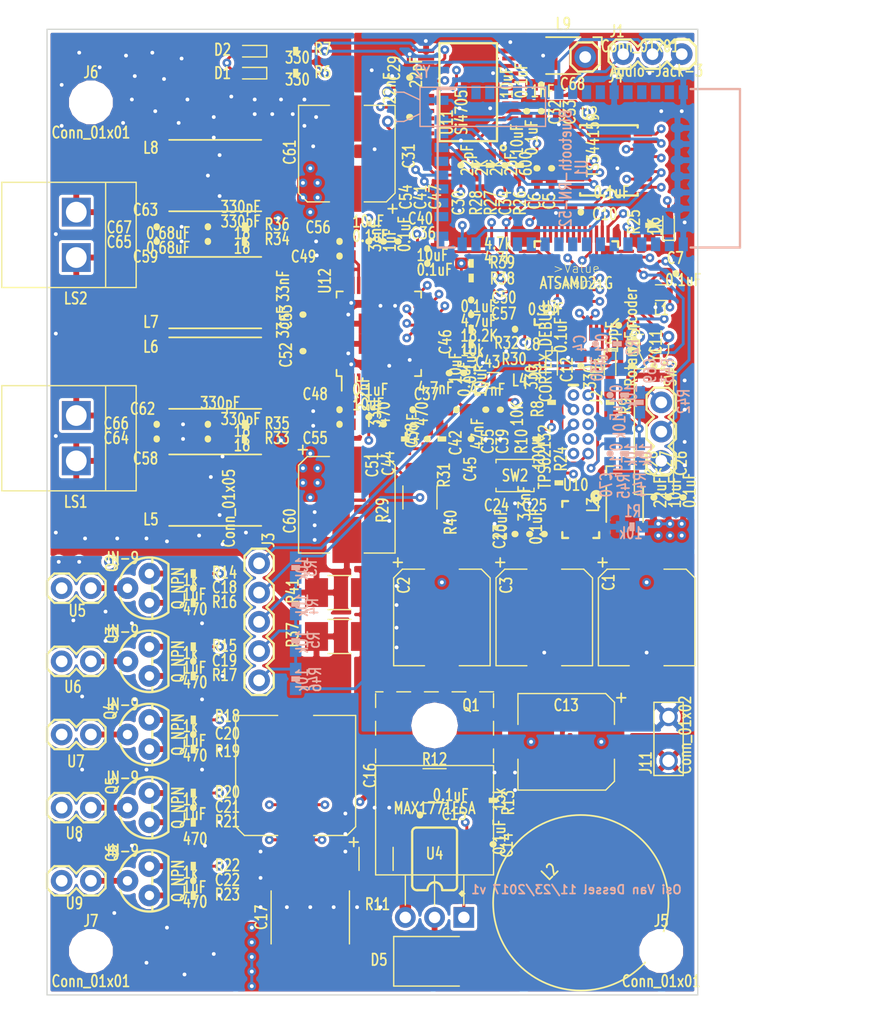
<source format=kicad_pcb>
(kicad_pcb (version 20211014) (generator pcbnew)
  (layers (0 "F.Cu" signal) (1 "In1.Cu" signal) (2 "In2.Cu" signal) (31 "B.Cu" signal) (34 "B.Paste" user) (35 "F.Paste" user) (36 "B.SilkS" user "B.Silkscreen") (37 "F.SilkS" user "F.Silkscreen") (38 "B.Mask" user) (39 "F.Mask" user) (44 "Edge.Cuts" user))
  (net 0 "")
  (net 1 "+12V")
  (net 2 "GND")
  (net 3 "/MCU/A0")
  (net 4 "+3V3")
  (net 5 "Net-(C7-Pad1)")
  (net 6 "Net-(C9-Pad1)")
  (net 7 "Net-(C11-Pad1)")
  (net 8 "Net-(C12-Pad1)")
  (net 9 "Net-(C15-Pad1)")
  (net 10 "GNDS")
  (net 11 "/NixiePowerSupply/150V/50mA")
  (net 12 "Net-(C18-Pad1)")
  (net 13 "Net-(C19-Pad1)")
  (net 14 "Net-(C20-Pad1)")
  (net 15 "Net-(C21-Pad1)")
  (net 16 "Net-(C22-Pad1)")
  (net 17 "Net-(C25-Pad1)")
  (net 18 "Net-(C29-Pad1)")
  (net 19 "/FMTuner/DCLK")
  (net 20 "Net-(C31-Pad2)")
  (net 21 "/FMTuner/DFS")
  (net 22 "Net-(C37-Pad1)")
  (net 23 "GNDA")
  (net 24 "Net-(C38-Pad1)")
  (net 25 "Net-(C41-Pad1)")
  (net 26 "Net-(C42-Pad1)")
  (net 27 "Net-(C42-Pad2)")
  (net 28 "Net-(C43-Pad1)")
  (net 29 "Net-(C44-Pad1)")
  (net 30 "Net-(C45-Pad1)")
  (net 31 "Net-(C47-Pad1)")
  (net 32 "GNDPWR")
  (net 33 "Net-(C50-Pad1)")
  (net 34 "Net-(C51-Pad1)")
  (net 35 "Net-(C51-Pad2)")
  (net 36 "Net-(C52-Pad1)")
  (net 37 "Net-(C52-Pad2)")
  (net 38 "Net-(C53-Pad1)")
  (net 39 "Net-(C53-Pad2)")
  (net 40 "Net-(C54-Pad1)")
  (net 41 "Net-(C54-Pad2)")
  (net 42 "Net-(C58-Pad1)")
  (net 43 "Net-(C59-Pad1)")
  (net 44 "Net-(C62-Pad1)")
  (net 45 "Net-(C63-Pad1)")
  (net 46 "Net-(C64-Pad1)")
  (net 47 "Net-(C65-Pad1)")
  (net 48 "Net-(C66-Pad1)")
  (net 49 "Net-(C67-Pad1)")
  (net 50 "Net-(C68-Pad1)")
  (net 51 "Net-(C68-Pad2)")
  (net 52 "Net-(D1-Pad1)")
  (net 53 "Net-(D2-Pad1)")
  (net 54 "Net-(D3-Pad2)")
  (net 55 "/MCU/TX_LED")
  (net 56 "Net-(D4-Pad2)")
  (net 57 "/MCU/RX_LED")
  (net 58 "Net-(D5-Pad2)")
  (net 59 "Net-(D6-Pad1)")
  (net 60 "Net-(J1-Pad1)")
  (net 61 "Net-(J1-Pad2)")
  (net 62 "Net-(J2-Pad8)")
  (net 63 "Net-(J2-Pad6)")
  (net 64 "/MCU/SWCLK")
  (net 65 "/MCU/SWDIO")
  (net 66 "/MCU/RESET")
  (net 67 "Net-(J2-Pad7)")
  (net 68 "Net-(J2-Pad9)")
  (net 69 "Net-(L3-Pad1)")
  (net 70 "Net-(Q1-Pad1)")
  (net 71 "Net-(Q1-Pad3)")
  (net 72 "Net-(Q2-Pad1)")
  (net 73 "Net-(Q2-Pad2)")
  (net 74 "Net-(Q3-Pad1)")
  (net 75 "Net-(Q3-Pad2)")
  (net 76 "Net-(Q4-Pad1)")
  (net 77 "Net-(Q4-Pad2)")
  (net 78 "Net-(Q5-Pad1)")
  (net 79 "Net-(Q5-Pad2)")
  (net 80 "Net-(Q6-Pad1)")
  (net 81 "Net-(Q6-Pad2)")
  (net 82 "Net-(R6-Pad2)")
  (net 83 "Net-(R7-Pad2)")
  (net 84 "Net-(R12-Pad2)")
  (net 85 "/BAR_1")
  (net 86 "/BAR_2")
  (net 87 "/BAR_3")
  (net 88 "/BAR_4")
  (net 89 "/BAR_5")
  (net 90 "/5.0V_regulator/PG")
  (net 91 "/FMTuner/DOUT")
  (net 92 "Net-(R26-Pad2)")
  (net 93 "Net-(R27-Pad2)")
  (net 94 "Net-(R28-Pad2)")
  (net 95 "Net-(R30-Pad1)")
  (net 96 "Net-(R32-Pad1)")
  (net 97 "/SCL")
  (net 98 "/SDA")
  (net 99 "Net-(U1-Pad1)")
  (net 100 "Net-(U1-Pad2)")
  (net 101 "Net-(U1-Pad3)")
  (net 102 "Net-(U1-Pad4)")
  (net 103 "Net-(U1-Pad5)")
  (net 104 "Net-(U1-Pad6)")
  (net 105 "Net-(U1-Pad7)")
  (net 106 "Net-(U1-Pad8)")
  (net 107 "Net-(U1-Pad9)")
  (net 108 "Net-(U1-Pad11)")
  (net 109 "Net-(U1-Pad12)")
  (net 110 "Net-(U1-Pad13)")
  (net 111 "Net-(U1-Pad14)")
  (net 112 "/MCU_RX")
  (net 113 "/MCU_TX")
  (net 114 "Net-(U1-Pad17)")
  (net 115 "Net-(U1-Pad18)")
  (net 116 "Net-(U1-Pad21)")
  (net 117 "Net-(U1-Pad22)")
  (net 118 "Net-(U1-Pad23)")
  (net 119 "Net-(U1-Pad24)")
  (net 120 "Net-(U1-Pad25)")
  (net 121 "Net-(U1-Pad26)")
  (net 122 "Net-(U1-Pad27)")
  (net 123 "Net-(U1-Pad28)")
  (net 124 "Net-(U1-Pad31)")
  (net 125 "Net-(U1-Pad34)")
  (net 126 "Net-(U1-Pad35)")
  (net 127 "Net-(U1-Pad37)")
  (net 128 "Net-(U1-Pad38)")
  (net 129 "Net-(U1-Pad39)")
  (net 130 "Net-(U1-Pad40)")
  (net 131 "/I2S_DATA")
  (net 132 "/I2S_CLK")
  (net 133 "/MUX_SELECT")
  (net 134 "Net-(U2-Pad9)")
  (net 135 "Net-(U2-Pad10)")
  (net 136 "Net-(U2-Pad11)")
  (net 137 "/I2S_WS")
  (net 138 "/MCU/AREF")
  (net 139 "/MCU/A1")
  (net 140 "/MCU/A2")
  (net 141 "/MCU/A3")
  (net 142 "/MCU/A4")
  (net 143 "Net-(U3-Pad19)")
  (net 144 "Net-(U3-Pad20)")
  (net 145 "/MCU/SPI_MISPO")
  (net 146 "/MCU/DGA_GPIO0")
  (net 147 "/PDN_AMP")
  (net 148 "/RESET_AMP")
  (net 149 "/RESET_FM")
  (net 150 "Net-(J3-Pad3)")
  (net 151 "Net-(U3-Pad37)")
  (net 152 "Net-(U3-Pad38)")
  (net 153 "Net-(U3-Pad41)")
  (net 154 "/MCU/A5")
  (net 155 "/FMTuner/LOUT")
  (net 156 "/FMTuner/ROUT")
  (net 157 "Net-(U11-Pad16)")
  (net 158 "Net-(U11-Pad6)")
  (net 159 "Net-(U11-Pad7)")
  (net 160 "Net-(U11-Pad11)")
  (net 161 "Net-(U12-Pad5)")
  (net 162 "Net-(U12-Pad7)")
  (net 163 "Net-(U12-Pad41)")
  (net 164 "Net-(U12-Pad44)")
  (net 165 "Net-(U12-Pad45)")
  (net 166 "Net-(U12-Pad40)")
  (net 167 "Net-(U3-Pad33)")
  (net 168 "Net-(U3-Pad34)")
  (net 169 "Net-(R42-Pad2)")
  (net 170 "Net-(R44-Pad2)")
  (net 171 "Net-(J3-Pad1)")
  (net 172 "Net-(J3-Pad4)")
  (net 173 "Net-(J3-Pad5)")
  (footprint "Diodes_SMD:D_SMB" (layer "F.Cu") (at 74.295 144.399)
    (fp_text reference "D5")
    (fp_text value "D")
  )
  (footprint "SparkFun-Connectors:1X03" (layer "F.Cu") (at 90.678 65.659)
    (fp_text reference "J1")
    (fp_text value "Audio-Jack-3")
  )
  (footprint "SparkFun-Connectors:2X5-PTH-1.27MM" (layer "F.Cu") (at 86.995 97.79 -90)
    (fp_text reference "J2")
    (fp_text value "CORTEX_DEBUG")
  )
  (footprint "SparkFun-Connectors:1X01" (layer "F.Cu") (at 87.376 65.913 180)
    (fp_text reference "J4")
    (fp_text value "Conn_01x01")
  )
  (footprint "Resistors_SMD:R_0603" (layer "F.Cu") (at 93.98 86.36 180)
    (fp_text reference "L1")
    (fp_text value "30ohm")
  )
  (footprint "Inductors:Inductor_1212" (layer "F.Cu") (at 90.805 104.775 -90)
    (fp_text reference "L3")
    (fp_text value "2.2uH")
  )
  (footprint "Resistors_SMD:R_0603" (layer "F.Cu") (at 79.375 93.98)
    (fp_text reference "L4")
    (fp_text value "10")
  )
  (footprint "Inductors:Inductor_Taiyo-Yuden_NR-60xx_HandSoldering" (layer "F.Cu") (at 55.245 103.505 180)
    (fp_text reference "L5")
    (fp_text value "15uH")
  )
  (footprint "Inductors:Inductor_Taiyo-Yuden_NR-60xx_HandSoldering" (layer "F.Cu") (at 55.245 93.345 180)
    (fp_text reference "L6")
    (fp_text value "15uH")
  )
  (footprint "Inductors:Inductor_Taiyo-Yuden_NR-60xx_HandSoldering" (layer "F.Cu") (at 55.245 86.36 180)
    (fp_text reference "L7")
    (fp_text value "15uH")
  )
  (footprint "Inductors:Inductor_Taiyo-Yuden_NR-60xx_HandSoldering" (layer "F.Cu") (at 55.245 76.2 180)
    (fp_text reference "L8")
    (fp_text value "15uH")
  )
  (footprint "Inductors:Inductor_1212" (layer "F.Cu") (at 85.471 65.786 180)
    (fp_text reference "L9")
    (fp_text value "270nH")
  )
  (footprint "Connect:GTK2400-V2" (layer "F.Cu") (at 43.18 100.965 90)
    (fp_text reference "LS1")
    (fp_text value "Speaker")
  )
  (footprint "Connect:GTK2400-V2" (layer "F.Cu") (at 43.18 83.315 90)
    (fp_text reference "LS2")
    (fp_text value "Speaker")
  )
  (footprint "SparkFun-DiscreteSemi:TO-92" (layer "F.Cu") (at 49.53 112.014 90)
    (fp_text reference "Q2")
    (fp_text value "Q_NPN")
  )
  (footprint "SparkFun-DiscreteSemi:TO-92" (layer "F.Cu") (at 49.53 118.364 90)
    (fp_text reference "Q3")
    (fp_text value "Q_NPN")
  )
  (footprint "SparkFun-DiscreteSemi:TO-92" (layer "F.Cu") (at 49.53 124.714 90)
    (fp_text reference "Q4")
    (fp_text value "Q_NPN")
  )
  (footprint "SparkFun-DiscreteSemi:TO-92" (layer "F.Cu") (at 49.53 131.064 90)
    (fp_text reference "Q5")
    (fp_text value "Q_NPN")
  )
  (footprint "SparkFun-DiscreteSemi:TO-92" (layer "F.Cu") (at 49.53 137.414 90)
    (fp_text reference "Q6")
    (fp_text value "Q_NPN")
  )
  (footprint "SparkFun-DigitalIC:TSSOP16" (layer "F.Cu") (at 89.535 74.93 90)
    (fp_text reference "U2")
    (fp_text value "TS344159")
  )
  (footprint "SparkFun-DigitalIC:TQFP-48" (layer "F.Cu") (at 86.61 85.53 180)
    (fp_text reference "U3")
    (fp_text value "ATSAMD21G")
  )
  (footprint "SparkFun-Clocks:SO08" (layer "F.Cu") (at 74.295 135.509 90)
    (fp_text reference "U4")
    (fp_text value "MAX1771ESA")
  )
  (footprint "SparkFun-Connectors:1X02" (layer "F.Cu") (at 44.45 112.014 180)
    (fp_text reference "U5")
    (fp_text value "IN-9")
  )
  (footprint "SparkFun-Connectors:1X02" (layer "F.Cu") (at 44.45 118.364 180)
    (fp_text reference "U6")
    (fp_text value "IN-9")
  )
  (footprint "SparkFun-Connectors:1X02" (layer "F.Cu") (at 44.45 124.714 180)
    (fp_text reference "U7")
    (fp_text value "IN-9")
  )
  (footprint "SparkFun-Connectors:1X02" (layer "F.Cu") (at 44.45 131.064 180)
    (fp_text reference "U8")
    (fp_text value "IN-9")
  )
  (footprint "SparkFun-Connectors:1X02" (layer "F.Cu") (at 44.45 137.414 180)
    (fp_text reference "U9")
    (fp_text value "IN-9")
  )
  (footprint "SparkFun-PowerIC:QFN16-3X3MM_1%3a1_V03" (layer "F.Cu") (at 86.987381 106.054272 -90)
    (fp_text reference "U10")
    (fp_text value "TPS62132")
  )
  (footprint "SparkFun-PowerIC:SSOP24" (layer "F.Cu") (at 77.216 68.961 90)
    (fp_text reference "U11")
    (fp_text value "Si4705")
  )
  (footprint "Housings_QFP:TQFP-48-1EP_7x7mm_Pitch0.5mm" (layer "F.Cu") (at 69.455 89.93 90)
    (fp_text reference "U12")
    (fp_text value "TAS5731m")
  )
  (footprint "Crystals:Crystal_AT310_d3.0mm_l10.0mm_Horizontal" (layer "F.Cu") (at 92.075 90.17)
    (fp_text reference "Y1")
    (fp_text value "Crystal")
  )
  (footprint "Capacitors_SMD:CP_Elec_8x10" (layer "F.Cu") (at 92.71 114.554 -90)
    (fp_text reference "C1")
    (fp_text value "220uF")
  )
  (footprint "Capacitors_SMD:CP_Elec_8x10" (layer "F.Cu") (at 74.93 114.554 -90)
    (fp_text reference "C2")
    (fp_text value "220uF")
  )
  (footprint "Capacitors_SMD:CP_Elec_8x10" (layer "F.Cu") (at 83.82 114.554 -90)
    (fp_text reference "C3")
    (fp_text value "220uF")
  )
  (footprint "Capacitors_SMD:CP_Elec_8x10" (layer "F.Cu") (at 85.725 125.349 180)
    (fp_text reference "C13")
    (fp_text value "100uF")
  )
  (footprint "Capacitors_SMD:CP_Elec_10x10" (layer "F.Cu") (at 62.23 128.27 90)
    (fp_text reference "C16")
    (fp_text value "4.7uF")
  )
  (footprint "Capacitors_SMD:CP_Elec_8x10" (layer "F.Cu") (at 66.675 104.775 -90)
    (fp_text reference "C60")
    (fp_text value "220")
  )
  (footprint "Capacitors_SMD:CP_Elec_8x10" (layer "F.Cu") (at 66.675 74.295 90)
    (fp_text reference "C61")
    (fp_text value "220")
  )
  (footprint "TO_SOT_Packages_THT:TO-220-3_Horizontal_Reversed" (layer "F.Cu") (at 76.835 140.589 180)
    (fp_text reference "Q1")
    (fp_text value "Q_NMOS_GDS")
  )
  (footprint "Capacitors_SMD:C_2225_HandSoldering" (layer "F.Cu") (at 63.5 140.589 90)
    (fp_text reference "C17")
    (fp_text value "0.1uF")
  )
  (footprint "LEDs:LED_0603" (layer "F.Cu") (at 58.42 67.31 180)
    (fp_text reference "D1")
    (fp_text value "LED")
  )
  (footprint "LEDs:LED_0603" (layer "F.Cu") (at 58.42 65.405 180)
    (fp_text reference "D2")
    (fp_text value "LED")
  )
  (footprint "LEDs:LED_0603" (layer "F.Cu") (at 84.455 92.71 -90)
    (fp_text reference "D3")
    (fp_text value "LED")
  )
  (footprint "LEDs:LED_0603" (layer "F.Cu") (at 89.535 92.71 -90)
    (fp_text reference "D4")
    (fp_text value "LED")
  )
  (footprint "LEDs:LED_0603" (layer "F.Cu") (at 94.615 80.518 90)
    (fp_text reference "D6")
    (fp_text value "LED")
  )
  (footprint "Resistors_SMD:R_1210_HandSoldering" (layer "F.Cu") (at 69.215 135.509 90)
    (fp_text reference "R11")
    (fp_text value "50mOhm")
  )
  (footprint "Resistors_SMD:R_1210_HandSoldering" (layer "F.Cu") (at 74.295 129.159)
    (fp_text reference "R12")
    (fp_text value "1M5")
  )
  (footprint "Resistors_SMD:R_1210_HandSoldering" (layer "F.Cu") (at 66.04 116.205)
    (fp_text reference "R37")
    (fp_text value "0")
  )
  (footprint "Resistors_SMD:R_1210_HandSoldering" (layer "F.Cu") (at 73.025 104.14 -90)
    (fp_text reference "R40")
    (fp_text value "0")
  )
  (footprint "Resistors_SMD:R_1210_HandSoldering" (layer "F.Cu") (at 66.04 112.395)
    (fp_text reference "R41")
    (fp_text value "0")
  )
  (footprint "SparkFun-Passives:0603-CAP" (layer "F.Cu") (at 84.455 75.565 -90)
    (fp_text reference "C5")
    (fp_text value "0.1uF")
  )
  (footprint "SparkFun-Passives:0603-CAP" (layer "F.Cu") (at 83.185 75.565 -90)
    (fp_text reference "C6")
    (fp_text value "10uF")
  )
  (footprint "SparkFun-Passives:0603-CAP" (layer "F.Cu") (at 95.25 84.709)
    (fp_text reference "C7")
    (fp_text value "0.1uF")
  )
  (footprint "SparkFun-Passives:0603-CAP" (layer "F.Cu") (at 81.28 89.535 180)
    (fp_text reference "C8")
    (fp_text value "0.1uF")
  )
  (footprint "SparkFun-Passives:0603-CAP" (layer "F.Cu") (at 91.44 92.71 -90)
    (fp_text reference "C9")
    (fp_text value "15pF")
  )
  (footprint "SparkFun-Passives:0603-CAP" (layer "F.Cu") (at 93.345 92.71 -90)
    (fp_text reference "C11")
    (fp_text value "15pF")
  )
  (footprint "SparkFun-Passives:0603-CAP" (layer "F.Cu") (at 86.995 92.71 -90)
    (fp_text reference "C12")
    (fp_text value "0.1uF")
  )
  (footprint "SparkFun-Passives:0603-CAP" (layer "F.Cu") (at 79.375 134.239 90)
    (fp_text reference "C14")
    (fp_text value "0.1uF")
  )
  (footprint "SparkFun-Passives:0603-CAP" (layer "F.Cu") (at 73.025 131.699 180)
    (fp_text reference "C15")
    (fp_text value "0.1uF")
  )
  (footprint "SparkFun-Passives:0603-CAP" (layer "F.Cu") (at 53.34 112.014)
    (fp_text reference "C18")
    (fp_text value "1uF")
  )
  (footprint "SparkFun-Passives:0603-CAP" (layer "F.Cu") (at 53.34 118.364)
    (fp_text reference "C19")
    (fp_text value "1uF")
  )
  (footprint "SparkFun-Passives:0603-CAP" (layer "F.Cu") (at 53.34 124.714)
    (fp_text reference "C20")
    (fp_text value "1uF")
  )
  (footprint "SparkFun-Passives:0603-CAP" (layer "F.Cu") (at 53.34 131.064)
    (fp_text reference "C21")
    (fp_text value "1uF")
  )
  (footprint "SparkFun-Passives:0603-CAP" (layer "F.Cu") (at 53.34 137.414)
    (fp_text reference "C22")
    (fp_text value "1uF")
  )
  (footprint "SparkFun-Passives:0603-CAP" (layer "F.Cu") (at 81.28 107.315 90)
    (fp_text reference "C23")
    (fp_text value "10uF")
  )
  (footprint "SparkFun-Passives:0603-CAP" (layer "F.Cu") (at 82.55 107.315 90)
    (fp_text reference "C24")
    (fp_text value "0.1uF")
  )
  (footprint "SparkFun-Passives:0603-CAP" (layer "F.Cu") (at 83.82 107.315 -90)
    (fp_text reference "C25")
    (fp_text value "3.3nF")
  )
  (footprint "SparkFun-Passives:0603-CAP" (layer "F.Cu") (at 95.885 104.14 90)
    (fp_text reference "C26")
    (fp_text value "0.1uF")
  )
  (footprint "SparkFun-Passives:0603-CAP" (layer "F.Cu") (at 94.615 104.14 90)
    (fp_text reference "C27")
    (fp_text value "10uF")
  )
  (footprint "SparkFun-Passives:0603-CAP" (layer "F.Cu") (at 93.345 104.14 90)
    (fp_text reference "C28")
    (fp_text value "22uF")
  )
  (footprint "SparkFun-Passives:0603-CAP" (layer "F.Cu") (at 72.136 67.691 90)
    (fp_text reference "C29")
    (fp_text value "22pF")
  )
  (footprint "SparkFun-Passives:0603-CAP" (layer "F.Cu") (at 76.581 75.311 90)
    (fp_text reference "C30")
    (fp_text value "22pF")
  )
  (footprint "SparkFun-Passives:0603-CAP" (layer "F.Cu") (at 72.136 71.12 -90)
    (fp_text reference "C31")
    (fp_text value "22nF")
  )
  (footprint "SparkFun-Passives:0603-CAP" (layer "F.Cu") (at 82.296 70.612 -90)
    (fp_text reference "C32")
    (fp_text value "10uF")
  )
  (footprint "SparkFun-Passives:0603-CAP" (layer "F.Cu") (at 83.566 70.612 -90)
    (fp_text reference "C33")
    (fp_text value "0.1uF")
  )
  (footprint "SparkFun-Passives:0603-CAP" (layer "F.Cu") (at 80.391 75.311 90)
    (fp_text reference "C34")
    (fp_text value "2pF")
  )
  (footprint "SparkFun-Passives:0603-CAP" (layer "F.Cu") (at 78.74 96.52 -90)
    (fp_text reference "C35")
    (fp_text value "0.1uF")
  )
  (footprint "SparkFun-Passives:0603-CAP" (layer "F.Cu") (at 73.66 83.82)
    (fp_text reference "C36")
    (fp_text value "0.1uF")
  )
  (footprint "SparkFun-Passives:0603-CAP" (layer "F.Cu") (at 72.39 96.52 180)
    (fp_text reference "C37")
    (fp_text value "4.7nF")
  )
  (footprint "SparkFun-Passives:0603-CAP" (layer "F.Cu") (at 73.66 99.06 90)
    (fp_text reference "C38")
    (fp_text value "47nF")
  )
  (footprint "SparkFun-Passives:0603-CAP" (layer "F.Cu") (at 80.01 96.52 -90)
    (fp_text reference "C39")
    (fp_text value "10uF")
  )
  (footprint "SparkFun-Passives:0603-CAP" (layer "F.Cu") (at 73.66 82.55)
    (fp_text reference "C40")
    (fp_text value "10uF")
  )
  (footprint "SparkFun-Passives:0603-CAP" (layer "F.Cu") (at 69.85 81.915 90)
    (fp_text reference "C41")
    (fp_text value "1uF")
  )
  (footprint "SparkFun-Passives:0603-CAP" (layer "F.Cu") (at 76.2 96.52 180)
    (fp_text reference "C42")
    (fp_text value "4.7nF")
  )
  (footprint "SparkFun-Passives:0603-CAP" (layer "F.Cu") (at 76.835 93.345 90)
    (fp_text reference "C43")
    (fp_text value "0.1uF")
  )
  (footprint "SparkFun-Passives:0603-CAP" (layer "F.Cu") (at 69.85 97.79 -90)
    (fp_text reference "C44")
    (fp_text value "2.2nF")
  )
  (footprint "SparkFun-Passives:0603-CAP" (layer "F.Cu") (at 77.47 99.06 90)
    (fp_text reference "C45")
    (fp_text value "47nF")
  )
  (footprint "SparkFun-Passives:0603-CAP" (layer "F.Cu") (at 75.565 93.345 90)
    (fp_text reference "C46")
    (fp_text value "10uF")
  )
  (footprint "SparkFun-Passives:0603-CAP" (layer "F.Cu") (at 71.12 81.915 90)
    (fp_text reference "C47")
    (fp_text value "0.1uF")
  )
  (footprint "SparkFun-Passives:0603-CAP" (layer "F.Cu") (at 66.04 96.52 180)
    (fp_text reference "C48")
    (fp_text value "0.1uF")
  )
  (footprint "SparkFun-Passives:0603-CAP" (layer "F.Cu") (at 66.04 83.185 180)
    (fp_text reference "C49")
    (fp_text value "0.1uF")
  )
  (footprint "SparkFun-Passives:0603-CAP" (layer "F.Cu") (at 77.47 86.995)
    (fp_text reference "C50")
    (fp_text value "0.1uF")
  )
  (footprint "SparkFun-Passives:0603-CAP" (layer "F.Cu") (at 68.58 97.155 90)
    (fp_text reference "C51")
    (fp_text value "33nF")
  )
  (footprint "SparkFun-Passives:0603-CAP" (layer "F.Cu") (at 62.865 91.44 -90)
    (fp_text reference "C52")
    (fp_text value "33nF")
  )
  (footprint "SparkFun-Passives:0603-CAP" (layer "F.Cu") (at 62.865 88.265 -90)
    (fp_text reference "C53")
    (fp_text value "33nF")
  )
  (footprint "SparkFun-Passives:0603-CAP" (layer "F.Cu") (at 68.58 81.915 90)
    (fp_text reference "C54")
    (fp_text value "33nF")
  )
  (footprint "SparkFun-Passives:0603-CAP" (layer "F.Cu") (at 66.04 97.79 180)
    (fp_text reference "C55")
    (fp_text value "10uF")
  )
  (footprint "SparkFun-Passives:0603-CAP" (layer "F.Cu") (at 66.04 81.915 180)
    (fp_text reference "C56")
    (fp_text value "10uF")
  )
  (footprint "SparkFun-Passives:0603-CAP" (layer "F.Cu") (at 77.47 88.265)
    (fp_text reference "C57")
    (fp_text value "4.7uF")
  )
  (footprint "SparkFun-Passives:0603-CAP" (layer "F.Cu") (at 54.61 99.06 180)
    (fp_text reference "C58")
    (fp_text value "330pF")
  )
  (footprint "SparkFun-Passives:0603-CAP" (layer "F.Cu") (at 54.61 81.915 180)
    (fp_text reference "C59")
    (fp_text value "330pF")
  )
  (footprint "SparkFun-Passives:0603-CAP" (layer "F.Cu") (at 54.61 97.79 180)
    (fp_text reference "C62")
    (fp_text value "330pF")
  )
  (footprint "SparkFun-Passives:0603-CAP" (layer "F.Cu") (at 54.61 80.645 180)
    (fp_text reference "C63")
    (fp_text value "330pF")
  )
  (footprint "SparkFun-Passives:0603-CAP" (layer "F.Cu") (at 50.165 99.06)
    (fp_text reference "C64")
    (fp_text value "0.68uF" hide)
  )
  (footprint "SparkFun-Passives:0603-CAP" (layer "F.Cu") (at 50.165 81.915)
    (fp_text reference "C65")
    (fp_text value "0.68uF")
  )
  (footprint "SparkFun-Passives:0603-CAP" (layer "F.Cu") (at 50.165 97.79)
    (fp_text reference "C66")
    (fp_text value "0.68uF" hide)
  )
  (footprint "SparkFun-Passives:0603-CAP" (layer "F.Cu") (at 50.165 80.645)
    (fp_text reference "C67")
    (fp_text value "0.68uF")
  )
  (footprint "SparkFun-Passives:0603-CAP" (layer "F.Cu") (at 83.566 68.326)
    (fp_text reference "C68")
    (fp_text value "1nF")
  )
  (footprint "SparkFun-Passives:0603-RES" (layer "F.Cu") (at 62.23 67.31)
    (fp_text reference "R6")
    (fp_text value "330")
  )
  (footprint "SparkFun-Passives:0603-RES" (layer "F.Cu") (at 62.23 65.405)
    (fp_text reference "R7")
    (fp_text value "330")
  )
  (footprint "SparkFun-Passives:0603-RES" (layer "F.Cu") (at 84.455 95.885 -90)
    (fp_text reference "R8")
    (fp_text value "330")
  )
  (footprint "SparkFun-Passives:0603-RES" (layer "F.Cu") (at 89.535 95.885 -90)
    (fp_text reference "R9")
    (fp_text value "330")
  )
  (footprint "SparkFun-Passives:0603-RES" (layer "F.Cu") (at 83.185 99.06 -90)
    (fp_text reference "R10")
    (fp_text value "10K")
  )
  (footprint "SparkFun-Passives:0603-RES" (layer "F.Cu") (at 79.375 130.429 90)
    (fp_text reference "R13")
    (fp_text value "15k")
  )
  (footprint "SparkFun-Passives:0603-RES" (layer "F.Cu") (at 53.34 110.744)
    (fp_text reference "R14")
    (fp_text value "1k")
  )
  (footprint "SparkFun-Passives:0603-RES" (layer "F.Cu") (at 53.34 117.094)
    (fp_text reference "R15")
    (fp_text value "1k")
  )
  (footprint "SparkFun-Passives:0603-RES" (layer "F.Cu") (at 53.34 113.284)
    (fp_text reference "R16")
    (fp_text value "470")
  )
  (footprint "SparkFun-Passives:0603-RES" (layer "F.Cu") (at 53.34 119.634)
    (fp_text reference "R17")
    (fp_text value "470")
  )
  (footprint "SparkFun-Passives:0603-RES" (layer "F.Cu") (at 53.34 123.444)
    (fp_text reference "R18")
    (fp_text value "1k")
  )
  (footprint "SparkFun-Passives:0603-RES" (layer "F.Cu") (at 53.34 125.984)
    (fp_text reference "R19")
    (fp_text value "470")
  )
  (footprint "SparkFun-Passives:0603-RES" (layer "F.Cu") (at 53.34 129.794)
    (fp_text reference "R20")
    (fp_text value "1k")
  )
  (footprint "SparkFun-Passives:0603-RES" (layer "F.Cu") (at 53.34 132.334)
    (fp_text reference "R21")
    (fp_text value "470")
  )
  (footprint "SparkFun-Passives:0603-RES" (layer "F.Cu") (at 53.34 136.144)
    (fp_text reference "R22")
    (fp_text value "1k")
  )
  (footprint "SparkFun-Passives:0603-RES" (layer "F.Cu") (at 53.34 138.684)
    (fp_text reference "R23")
    (fp_text value "470")
  )
  (footprint "SparkFun-Passives:0603-RES" (layer "F.Cu") (at 85.09 102.87 -90)
    (fp_text reference "R24")
    (fp_text value "100K")
  )
  (footprint "SparkFun-Passives:0603-RES" (layer "F.Cu") (at 92.964 80.518 90)
    (fp_text reference "R25")
    (fp_text value "1K")
  )
  (footprint "SparkFun-Passives:0603-RES" (layer "F.Cu") (at 81.661 75.311 90)
    (fp_text reference "R26")
    (fp_text value "600")
  )
  (footprint "SparkFun-Passives:0603-RES" (layer "F.Cu") (at 79.121 75.311 90)
    (fp_text reference "R27")
    (fp_text value "2K")
  )
  (footprint "SparkFun-Passives:0603-RES" (layer "F.Cu") (at 77.851 75.311 90)
    (fp_text reference "R28")
    (fp_text value "2K")
  )
  (footprint "SparkFun-Passives:0603-RES" (layer "F.Cu") (at 71.755 99.06 -90)
    (fp_text reference "R29")
    (fp_text value "470")
  )
  (footprint "SparkFun-Passives:0603-RES" (layer "F.Cu") (at 77.47 90.805)
    (fp_text reference "R30")
    (fp_text value "10k")
  )
  (footprint "SparkFun-Passives:0603-RES" (layer "F.Cu") (at 74.93 99.06 -90)
    (fp_text reference "R31")
    (fp_text value "470")
  )
  (footprint "SparkFun-Passives:0603-RES" (layer "F.Cu") (at 77.47 89.535)
    (fp_text reference "R32")
    (fp_text value "18.2K")
  )
  (footprint "SparkFun-Passives:0603-RES" (layer "F.Cu") (at 57.785 99.06)
    (fp_text reference "R33")
    (fp_text value "18")
  )
  (footprint "SparkFun-Passives:0603-RES" (layer "F.Cu") (at 57.785 81.915)
    (fp_text reference "R34")
    (fp_text value "18")
  )
  (footprint "SparkFun-Passives:0603-RES" (layer "F.Cu") (at 57.785 97.79)
    (fp_text reference "R35")
    (fp_text value "18")
  )
  (footprint "SparkFun-Passives:0603-RES" (layer "F.Cu") (at 57.785 80.645)
    (fp_text reference "R36")
    (fp_text value "18")
  )
  (footprint "SparkFun-Passives:0603-RES" (layer "F.Cu") (at 77.47 85.09 180)
    (fp_text reference "R38")
    (fp_text value "4.7k")
  )
  (footprint "SparkFun-Passives:0603-RES" (layer "F.Cu") (at 77.47 83.82 180)
    (fp_text reference "R39")
    (fp_text value "4.7k")
  )
  (footprint "SparkFun-Hardware:STAND-OFF" (layer "F.Cu") (at 93.98 143.51)
    (fp_text reference "J5")
    (fp_text value "Conn_01x01")
  )
  (footprint "SparkFun-Hardware:STAND-OFF" (layer "F.Cu") (at 44.45 69.85)
    (fp_text reference "J6")
    (fp_text value "Conn_01x01")
  )
  (footprint "SparkFun-Hardware:STAND-OFF" (layer "F.Cu") (at 44.45 143.51)
    (fp_text reference "J7")
    (fp_text value "Conn_01x01")
  )
  (footprint "SparkFun-Connectors:1X02_BIG" (layer "F.Cu") (at 94.615 127 90)
    (fp_text reference "J11")
    (fp_text value "Conn_01x02")
  )
  (footprint "Buttons_Switches_SMD:SW_SPST_B3U-1000P" (layer "F.Cu") (at 81.28 102.235 180)
    (fp_text reference "SW2")
    (fp_text value "SW_SPST")
  )
  (footprint "SparkFun-Passives:0603-CAP" (layer "F.Cu") (at 86.995 79.375 180)
    (fp_text reference "C10")
    (fp_text value "0.1uF")
  )
  (footprint "SparkFun-Connectors:1X03" (layer "F.Cu") (at 93.98 95.885 -90)
    (fp_text reference "SW3")
    (fp_text value "Rotary_Encoder")
  )
  (footprint "SparkFun-Connectors:1X05" (layer "F.Cu") (at 59.055 109.855 -90)
    (fp_text reference "J3")
    (fp_text value "Conn_01x05")
  )
  (footprint "NixieRadio:B82479A1104M" (layer "F.Cu") (at 86.995 139.319 -135)
    (fp_text reference "L2")
    (fp_text value "100uH")
  )
  (footprint "SparkFun-RF:RN-52" (layer "B.Cu") (at 86.36 75.565 90)
    (fp_text reference "U1")
    (fp_text value "Bluetooth-RN-52")
  )
  (footprint "Crystals:Crystal_AT310_d3.0mm_l10.0mm_Horizontal" (layer "B.Cu") (at 70.231 68.961 -90)
    (fp_text reference "Y2")
    (fp_text value "Crystal")
  )
  (footprint "SparkFun-Passives:0603-CAP" (layer "B.Cu") (at 88.265 90.805 -90)
    (fp_text reference "C4")
    (fp_text value "0.1uF")
  )
  (footprint "SparkFun-Passives:0603-RES" (layer "B.Cu") (at 91.44 106.68 180)
    (fp_text reference "R1")
    (fp_text value "10k")
  )
  (footprint "SparkFun-Passives:0603-RES" (layer "B.Cu") (at 90.17 90.805 90)
    (fp_text reference "R2")
    (fp_text value "330")
  )
  (footprint "SparkFun-Passives:0603-RES" (layer "B.Cu") (at 62.23 110.225014 -90)
    (fp_text reference "R3")
    (fp_text value "10k")
  )
  (footprint "SparkFun-Passives:0603-RES" (layer "B.Cu") (at 62.23 113.400014 -90)
    (fp_text reference "R4")
    (fp_text value "10k")
  )
  (footprint "SparkFun-Passives:0603-RES" (layer "B.Cu") (at 62.23 116.575014 -90)
    (fp_text reference "R5")
    (fp_text value "10k")
  )
  (footprint "SparkFun-Passives:0603-CAP" (layer "B.Cu") (at 89.535 95.25 -90)
    (fp_text reference "C69")
    (fp_text value "0.1uF")
  )
  (footprint "SparkFun-Passives:0603-CAP" (layer "B.Cu") (at 89.535 100.33 -90)
    (fp_text reference "C70")
    (fp_text value "0.1uF")
  )
  (footprint "SparkFun-Passives:0603-RES" (layer "B.Cu") (at 92.075 95.885 90)
    (fp_text reference "R42")
    (fp_text value "10k")
  )
  (footprint "SparkFun-Passives:0603-RES" (layer "B.Cu") (at 90.805 95.25 -90)
    (fp_text reference "R43")
    (fp_text value "10k")
  )
  (footprint "SparkFun-Passives:0603-RES" (layer "B.Cu") (at 92.075 100.33 -90)
    (fp_text reference "R44")
    (fp_text value "10k")
  )
  (footprint "SparkFun-Passives:0603-RES" (layer "B.Cu") (at 90.805 100.33 -90)
    (fp_text reference "R45")
    (fp_text value "10k")
  )
  (footprint "SparkFun-Passives:0603-RES" (layer "B.Cu") (at 62.23 119.888 -90)
    (fp_text reference "R46")
    (fp_text value "10k")
  )
  (gr_line (start 97.155 63.5) (end 40.64 63.5) (layer "Edge.Cuts") (width 0.1))
  (gr_line (start 40.64 63.5) (end 40.64 147.32) (layer "Edge.Cuts") (width 0.1))
  (gr_line (start 97.155 147.32) (end 97.155 63.5) (layer "Edge.Cuts") (width 0.1))
  (gr_line (start 40.64 147.32) (end 97.155 147.32) (layer "Edge.Cuts") (width 0.1))
  (gr_text "Osi Van Dessel 11/23/2017 v1" (at 86.614 138.176) (layer "B.SilkS") (effects (font (size 0.75 0.75)) (justify mirror)))
  (via (at 94.742 92.456) (size 0.762) (drill 0.3302) (layers "F.Cu" "B.Cu") (net 0))
  (via (at 45.974 109.728) (size 0.762) (drill 0.3302) (layers "F.Cu" "B.Cu") (net 0))
  (segment (start 67.205 94.13) (end 67.205 96.205) (width 0.25) (layer "F.Cu") (net 1))
  (segment (start 86.742462 111.375538) (end 86.614 111.504) (width 0.25) (layer "F.Cu") (net 1))
  (segment (start 67.705 94.13) (end 67.705 95.755) (width 0.25) (layer "F.Cu") (net 1))
  (segment (start 63.880999 78.994001) (end 63.5 79.375) (width 0.25) (layer "F.Cu") (net 1))
  (segment (start 63.5 102.235) (end 63.5 104.14) (width 0.25) (layer "F.Cu") (net 1))
  (segment (start 67.705 83.95) (end 66.94 83.185) (width 0.25) (layer "F.Cu") (net 1))
  (segment (start 74.93 111.504) (end 74.93 111.506) (width 0.25) (layer "F.Cu") (net 1))
  (segment (start 62.865 76.835) (end 62.865 76.2) (width 0.25) (layer "F.Cu") (net 1))
  (segment (start 64.645 77.345) (end 64.135 76.835) (width 0.25) (layer "F.Cu") (net 1))
  (segment (start 66.94 83.185) (end 66.89 83.185) (width 0.25) (layer "F.Cu") (net 1))
  (segment (start 67.705 95.755) (end 66.94 96.52) (width 0.25) (layer "F.Cu") (net 1))
  (segment (start 64.135 78.105) (end 64.135 78.74) (width 0.25) (layer "F.Cu") (net 1))
  (segment (start 64.135 78.74) (end 63.880999 78.994001) (width 0.25) (layer "F.Cu") (net 1))
  (segment (start 66.675 77.345) (end 64.645 77.345) (width 0.25) (layer "F.Cu") (net 1))
  (segment (start 66.675 101.725) (end 64.26 101.725) (width 0.25) (layer "F.Cu") (net 1))
  (segment (start 64.26 101.725) (end 64.135 101.6) (width 0.25) (layer "F.Cu") (net 1))
  (segment (start 62.865 78.105) (end 62.865 76.835) (width 0.25) (layer "F.Cu") (net 1))
  (segment (start 87.122 111.504) (end 86.614 111.504) (width 0.25) (layer "F.Cu") (net 1))
  (segment (start 67.205 85.73) (end 67.205 83.5) (width 0.25) (layer "F.Cu") (net 1))
  (segment (start 63.5 100.33) (end 63.5 102.235) (width 0.25) (layer "F.Cu") (net 1))
  (segment (start 88.505562 106.811891) (end 88.505562 107.201891) (width 0.25) (layer "F.Cu") (net 1))
  (segment (start 87.242459 107.552131) (end 87.242459 111.383541) (width 0.25) (layer "F.Cu") (net 1))
  (segment (start 87.742462 107.549591) (end 87.742462 111.393538) (width 0.25) (layer "F.Cu") (net 1))
  (segment (start 67.205 83.5) (end 66.89 83.185) (width 0.25) (layer "F.Cu") (net 1))
  (segment (start 86.742462 107.552131) (end 86.742462 111.375538) (width 0.25) (layer "F.Cu") (net 1))
  (segment (start 87.742462 111.393538) (end 87.632 111.504) (width 0.25) (layer "F.Cu") (net 1))
  (segment (start 62.865 76.2) (end 63.5 75.565) (width 0.25) (layer "F.Cu") (net 1))
  (segment (start 86.614 111.504) (end 83.82 111.504) (width 0.25) (layer "F.Cu") (net 1))
  (segment (start 67.205 96.205) (end 66.89 96.52) (width 0.25) (layer "F.Cu") (net 1))
  (segment (start 88.505562 107.201891) (end 88.157862 107.549591) (width 0.25) (layer "F.Cu") (net 1))
  (segment (start 87.632 111.504) (end 87.122 111.504) (width 0.25) (layer "F.Cu") (net 1))
  (segment (start 87.242459 111.383541) (end 87.122 111.504) (width 0.25) (layer "F.Cu") (net 1))
  (segment (start 88.157862 107.549591) (end 87.742462 107.549591) (width 0.25) (layer "F.Cu") (net 1))
  (segment (start 66.94 96.52) (end 66.89 96.52) (width 0.25) (layer "F.Cu") (net 1))
  (segment (start 67.705 85.73) (end 67.705 83.95) (width 0.25) (layer "F.Cu") (net 1))
  (via (at 62.865 101.6) (size 0.762) (drill 0.3302) (layers "F.Cu" "B.Cu") (net 1))
  (via (at 64.135 102.87) (size 0.762) (drill 0.3302) (layers "F.Cu" "B.Cu") (net 1))
  (via (at 62.865 102.87) (size 0.762) (drill 0.3302) (layers "F.Cu" "B.Cu") (net 1))
  (via (at 63.5 100.33) (size 0.762) (drill 0.3302) (layers "F.Cu" "B.Cu") (net 1))
  (via (at 63.5 79.375) (size 0.762) (drill 0.3302) (layers "F.Cu" "B.Cu") (net 1))
  (via (at 64.135 101.6) (size 0.762) (drill 0.3302) (layers "F.Cu" "B.Cu") (net 1))
  (via (at 63.5 75.565) (size 0.762) (drill 0.3302) (layers "F.Cu" "B.Cu") (net 1))
  (via (at 74.93 111.506) (size 0.762) (drill 0.3302) (layers "F.Cu" "B.Cu") (net 1))
  (via (at 62.865 76.835) (size 0.762) (drill 0.3302) (layers "F.Cu" "B.Cu") (net 1))
  (via (at 63.5 104.14) (size 0.762) (drill 0.3302) (layers "F.Cu" "B.Cu") (net 1))
  (via (at 64.135 76.835) (size 0.762) (drill 0.3302) (layers "F.Cu" "B.Cu") (net 1))
  (via (at 64.135 78.105) (size 0.762) (drill 0.3302) (layers "F.Cu" "B.Cu") (net 1))
  (via (at 62.865 78.105) (size 0.762) (drill 0.3302) (layers "F.Cu" "B.Cu") (net 1))
  (via (at 88.775 125.349) (size 0.762) (drill 0.3302) (layers "F.Cu" "B.Cu") (net 1))
  (via (at 92.71 111.504) (size 0.762) (drill 0.3302) (layers "F.Cu" "B.Cu") (net 1))
  (segment (start 74.93 117.604) (end 79.5 117.604) (width 0.25) (layer "F.Cu") (net 2))
  (segment (start 70.705 87.342) (end 70.866 87.503) (width 0.25) (layer "F.Cu") (net 2))
  (segment (start 73.025 106.14) (end 70.39 106.14) (width 0.25) (layer "F.Cu") (net 2))
  (segment (start 80.391 74.461) (end 80.391 73.406) (width 0.254) (layer "F.Cu") (net 2))
  (segment (start 73.43 117.604) (end 73.428 117.602) (width 0.25) (layer "F.Cu") (net 2))
  (segment (start 86.36 89.78) (end 86.36 88.78) (width 0.25) (layer "F.Cu") (net 2))
  (segment (start 68.58 67.31) (end 68.834 67.056) (width 0.25) (layer "F.Cu") (net 2))
  (segment (start 80.114 87.78) (end 79.629 88.265) (width 0.25) (layer "F.Cu") (net 2))
  (segment (start 79.541 106.465) (end 79.502 106.426) (width 0.25) (layer "F.Cu") (net 2))
  (segment (start 74.549 81.28) (end 74.549 78.613) (width 0.25) (layer "F.Cu") (net 2))
  (segment (start 73.56 64.543006) (end 73.533 64.516006) (width 0.25) (layer "F.Cu") (net 2))
  (segment (start 86.739031 105.789031) (end 86.995 106.045) (width 0.25) (layer "F.Cu") (net 2))
  (segment (start 87.728106 105.311894) (end 86.995 106.045) (width 0.25) (layer "F.Cu") (net 2))
  (segment (start 86.145 79.375) (end 84.90701 79.375) (width 0.25) (layer "F.Cu") (net 2))
  (segment (start 70.205 86.894) (end 69.976999 87.122001) (width 0.254) (layer "F.Cu") (net 2))
  (segment (start 86.995 93.56) (end 86.995 93.51) (width 0.25) (layer "F.Cu") (net 2))
  (segment (start 89.916 67.564) (end 90.932 67.564) (width 0.25) (layer "F.Cu") (net 2))
  (segment (start 85.474284 105.789031) (end 86.739031 105.789031) (width 0.25) (layer "F.Cu") (net 2))
  (segment (start 88.505562 105.311894) (end 87.728106 105.311894) (width 0.25) (layer "F.Cu") (net 2))
  (segment (start 74.549 81.28) (end 76.454 79.375) (width 0.25) (layer "F.Cu") (net 2))
  (segment (start 81.28 106.465) (end 81.28 104.648) (width 0.25) (layer "F.Cu") (net 2))
  (segment (start 69.976999 87.122001) (end 69.596 87.503) (width 0.254) (layer "F.Cu") (net 2))
  (segment (start 72.655 90.68) (end 72.136 91.199) (width 0.25) (layer "F.Cu") (net 2))
  (segment (start 72.136 91.663185) (end 72.136 92.202) (width 0.25) (layer "F.Cu") (net 2))
  (segment (start 73.655 92.18) (end 72.158 92.18) (width 0.25) (layer "F.Cu") (net 2))
  (segment (start 96.012 99.314) (end 96.012 96.52) (width 0.25) (layer "F.Cu") (net 2))
  (segment (start 95.885 101.473) (end 96.012 101.346) (width 0.25) (layer "F.Cu") (net 2))
  (segment (start 85.474284 105.789031) (end 84.799284 105.789031) (width 0.25) (layer "F.Cu") (net 2))
  (segment (start 86.36 89.78) (end 86.36 90.78) (width 0.25) (layer "F.Cu") (net 2))
  (segment (start 76.581 74.461) (end 76.581 73.152) (width 0.25) (layer "F.Cu") (net 2))
  (segment (start 74.51 82.55) (end 74.51 81.319) (width 0.25) (layer "F.Cu") (net 2))
  (segment (start 74.549 79.629) (end 72.644 77.724) (width 0.25) (layer "F.Cu") (net 2))
  (segment (start 82.296 71.266499) (end 82.296 71.462) (width 0.25) (layer "F.Cu") (net 2))
  (segment (start 85.474281 106.316975) (end 86.723025 106.316975) (width 0.25) (layer "F.Cu") (net 2))
  (segment (start 85.886277 91.253723) (end 85.886277 91.465175) (width 0.25) (layer "F.Cu") (net 2))
  (segment (start 82.55 106.465) (end 82.55 104.648) (width 0.25) (layer "F.Cu") (net 2))
  (segment (start 70.205 92.863) (end 70.358 92.71) (width 0.25) (layer "F.Cu") (net 2))
  (segment (start 82.36 87.78) (end 80.114 87.78) (width 0.25) (layer "F.Cu") (net 2))
  (segment (start 86.86 81.28) (end 86.86 80.09) (width 0.25) (layer "F.Cu") (net 2))
  (segment (start 90.530004 75.205) (end 90.17 75.565004) (width 0.25) (layer "F.Cu") (net 2))
  (segment (start 70.705 85.73) (end 70.205 85.73) (width 0.254) (layer "F.Cu") (net 2))
  (segment (start 80.872 65.386) (end 80.872 64.616) (width 0.25) (layer "F.Cu") (net 2))
  (segment (start 78.32 90.805) (end 78.32 92.29) (width 0.25) (layer "F.Cu") (net 2))
  (segment (start 69.088 73.914) (end 68.58 73.406) (width 0.25) (layer "F.Cu") (net 2))
  (segment (start 80.872 66.686) (end 79.375 66.686) (width 0.25) (layer "F.Cu") (net 2))
  (segment (start 80.872 70.586) (end 81.615501 70.586) (width 0.25) (layer "F.Cu") (net 2))
  (segment (start 80.872 70.586) (end 79.349 70.586) (width 0.25) (layer "F.Cu") (net 2))
  (segment (start 80.43 91.352) (end 80.518 91.44) (width 0.25) (layer "F.Cu") (net 2))
  (segment (start 89.916 67.564) (end 92.71 67.564) (width 0.25) (layer "F.Cu") (net 2))
  (segment (start 85.886277 92.401277) (end 85.886277 92.00399) (width 0.25) (layer "F.Cu") (net 2))
  (segment (start 69.85 87.249) (end 69.596 87.503) (width 0.254) (layer "F.Cu") (net 2))
  (segment (start 84.799284 105.789031) (end 84.582 105.571747) (width 0.25) (layer "F.Cu") (net 2))
  (segment (start 93.21 87.63) (end 93.472 87.63) (width 0.25) (layer "F.Cu") (net 2))
  (segment (start 70.993 113.4745) (end 70.993 111.8235) (width 0.25) (layer "F.Cu") (net 2))
  (segment (start 70.205 94.13) (end 70.205 92.863) (width 0.25) (layer "F.Cu") (net 2))
  (segment (start 71.705 86.664) (end 70.866 87.503) (width 0.254) (layer "F.Cu") (net 2))
  (segment (start 85.474281 105.289031) (end 84.582 105.289031) (width 0.25) (layer "F.Cu") (net 2))
  (segment (start 92.71 67.564) (end 92.964 67.31) (width 0.25) (layer "F.Cu") (net 2))
  (segment (start 85.051 71.716) (end 85.09 71.755) (width 0.25) (layer "F.Cu") (net 2))
  (segment (start 86.36 90.78) (end 85.886277 91.253723) (width 0.25) (layer "F.Cu") (net 2))
  (segment (start 82.296 71.716) (end 82.335 71.755) (width 0.25) (layer "F.Cu") (net 2))
  (segment (start 68.04 116.205) (end 69.977 116.205) (width 0.25) (layer "F.Cu") (net 2))
  (segment (start 85.474281 106.316975) (end 85.474281 105.789034) (width 0.25) (layer "F.Cu") (net 2))
  (segment (start 85.474281 105.789034) (end 85.474284 105.789031) (width 0.25) (layer "F.Cu") (net 2))
  (segment (start 74.549 81.28) (end 74.549 79.629) (width 0.25) (layer "F.Cu") (net 2))
  (segment (start 81.615501 70.586) (end 82.296 71.266499) (width 0.25) (layer "F.Cu") (net 2))
  (segment (start 74.51 81.319) (end 74.549 81.28) (width 0.25) (layer "F.Cu") (net 2))
  (segment (start 80.43 89.535) (end 80.43 91.352) (width 0.25) (layer "F.Cu") (net 2))
  (segment (start 79.349 70.586) (end 79.121 70.358) (width 0.25) (layer "F.Cu") (net 2))
  (segment (start 78.74 97.37) (end 78.74 99.06) (width 0.25) (layer "F.Cu") (net 2))
  (segment (start 79.375 66.686) (end 79.375 67.31) (width 0.25) (layer "F.Cu") (net 2))
  (segment (start 84.455 77.85359) (end 84.455 77.779988) (width 0.25) (layer "F.Cu") (net 2))
  (segment (start 70.993 115.443) (end 70.993 113.4745) (width 0.25) (layer "F.Cu") (net 2))
  (segment (start 84.582 105.289031) (end 82.670969 105.289031) (width 0.25) (layer "F.Cu") (net 2))
  (segment (start 86.36 88.78) (end 85.718 88.138) (width 0.25) (layer "F.Cu") (net 2))
  (segment (start 82.670969 105.289031) (end 82.55 105.41) (width 0.25) (layer "F.Cu") (net 2))
  (segment (start 73.56 65.386) (end 73.56 64.543006) (width 0.25) (layer "F.Cu") (net 2))
  (segment (start 69.705 85.73) (end 70.205 85.73) (width 0.25) (layer "F.Cu") (net 2))
  (segment (start 80.01 97.37) (end 80.01 99.06) (width 0.25) (layer "F.Cu") (net 2))
  (segment (start 84.748 71.716) (end 85.051 71.716) (width 0.25) (layer "F.Cu") (net 2))
  (segment (start 83.97 87.78) (end 84.328 88.138) (width 0.25) (layer "F.Cu") (net 2))
  (segment (start 79.401 67.336) (end 79.375 67.31) (width 0.25) (layer "F.Cu") (net 2))
  (segment (start 84.455 76.415) (end 84.455 77.779988) (width 0.25) (layer "F.Cu") (net 2))
  (segment (start 82.55 105.41) (end 82.55 106.465) (width 0.25) (layer "F.Cu") (net 2))
  (segment (start 72.158 92.18) (end 72.136 92.202) (width 0.25) (layer "F.Cu") (net 2))
  (segment (start 76.454 79.375) (end 76.454 79.248) (width 0.25) (layer "F.Cu") (net 2))
  (segment (start 85.886277 91.465175) (end 85.886277 92.00399) (width 0.25) (layer "F.Cu") (net 2))
  (segment (start 78.32 92.29) (end 78.486 92.456) (width 0.25) (layer "F.Cu") (net 2))
  (segment (start 70.705 85.73) (end 70.705 87.342) (width 0.25) (layer "F.Cu") (net 2))
  (segment (start 75.406 106.14) (end 75.438 106.172) (width 0.25) (layer "F.Cu") (net 2))
  (segment (start 70.993 117.1575) (end 70.993 115.443) (width 0.25) (layer "F.Cu") (net 2))
  (segment (start 74.51 83.82) (end 74.51 82.55) (width 0.25) (layer "F.Cu") (net 2))
  (segment (start 90.86 86.28) (end 89.488 86.28) (width 0.25) (layer "F.Cu") (net 2))
  (segment (start 79.5 117.604) (end 79.502 117.602) (width 0.25) (layer "F.Cu") (net 2))
  (segment (start 74.93 117.604) (end 73.43 117.604) (width 0.25) (layer "F.Cu") (net 2))
  (segment (start 86.86 80.09) (end 86.145 79.375) (width 0.25) (layer "F.Cu") (net 2))
  (segment (start 83.185 77.851) (end 83.185 77.779988) (width 0.25) (layer "F.Cu") (net 2))
  (segment (start 82.335 71.755) (end 84.551185 71.755) (width 0.25) (layer "F.Cu") (net 2))
  (segment (start 92.448 86.868) (end 93.21 87.63) (width 0.25) (layer "F.Cu") (net 2))
  (segment (start 85.718 88.138) (end 84.866815 88.138) (width 0.25) (layer "F.Cu") (net 2))
  (segment (start 87.233187 105.806813) (end 86.995 106.045) (width 0.25) (layer "F.Cu") (net 2))
  (segment (start 68.58 73.406) (end 68.58 67.31) (width 0.25) (layer "F.Cu") (net 2))
  (segment (start 74.93 117.604) (end 72.896 117.604) (width 0.25) (layer "F.Cu") (net 2))
  (segment (start 70.39 106.14) (end 70.358 106.172) (width 0.25) (layer "F.Cu") (net 2))
  (segment (start 73.56 66.036) (end 73.56 65.386) (width 0.25) (layer "F.Cu") (net 2))
  (segment (start 72.896 117.604) (end 71.882 118.618) (width 0.25) (layer "F.Cu") (net 2))
  (segment (start 73.655 90.68) (end 72.655 90.68) (width 0.25) (layer "F.Cu") (net 2))
  (segment (start 84.90701 79.375) (end 84.836 79.44601) (width 0.25) (layer "F.Cu") (net 2))
  (segment (start 85.474281 106.816972) (end 85.474281 106.316975) (width 0.25) (layer "F.Cu") (net 2))
  (segment (start 75.25 92.18) (end 75.565 92.495) (width 0.25) (layer "F.Cu") (net 2))
  (segment (start 72.136 66.841) (end 72.136 65.65899) (width 0.25) (layer "F.Cu") (net 2))
  (segment (start 84.551185 71.755) (end 85.09 71.755) (width 0.25) (layer "F.Cu") (net 2))
  (segment (start 83.185 76.415) (end 83.185 77.779988) (width 0.25) (layer "F.Cu") (net 2))
  (segment (start 73.025 106.14) (end 75.406 106.14) (width 0.25) (layer "F.Cu") (net 2))
  (segment (start 86.723025 106.316975) (end 86.995 106.045) (width 0.25) (layer "F.Cu") (net 2))
  (segment (start 70.205 85.73) (end 70.205 86.894) (width 0.254) (layer "F.Cu") (net 2))
  (segment (start 91.86 86.28) (end 92.448 86.868) (width 0.25) (layer "F.Cu") (net 2))
  (segment (start 80.872 67.336) (end 79.401 67.336) (width 0.25) (layer "F.Cu") (net 2))
  (segment (start 72.136 91.199) (end 72.136 91.663185) (width 0.25) (layer "F.Cu") (net 2))
  (segment (start 73.655 92.18) (end 75.25 92.18) (width 0.25) (layer "F.Cu") (net 2))
  (segment (start 84.582 105.571747) (end 84.582 105.289031) (width 0.25) (layer "F.Cu") (net 2))
  (segment (start 81.28 106.465) (end 79.541 106.465) (width 0.25) (layer "F.Cu") (net 2))
  (segment (start 88.505559 105.806813) (end 87.233187 105.806813) (width 0.25) (layer "F.Cu") (net 2))
  (segment (start 82.36 87.78) (end 83.97 87.78) (width 0.25) (layer "F.Cu") (net 2))
  (segment (start 90.86 86.28) (end 91.86 86.28) (width 0.25) (layer "F.Cu") (net 2))
  (segment (start 71.705 85.73) (end 71.705 86.664) (width 0.254) (layer "F.Cu") (net 2))
  (segment (start 92.385 75.205) (end 90.530004 75.205) (width 0.25) (layer "F.Cu") (net 2))
  (segment (start 84.866815 88.138) (end 84.328 88.138) (width 0.25) (layer "F.Cu") (net 2))
  (segment (start 79.629 88.265) (end 78.32 88.265) (width 0.25) (layer "F.Cu") (net 2))
  (segment (start 95.885 103.29) (end 95.885 101.473) (width 0.25) (layer "F.Cu") (net 2))
  (via (at 70.993 111.8235) (size 0.762) (drill 0.3302) (layers "F.Cu" "B.Cu") (net 2))
  (via (at 70.993 117.1575) (size 0.762) (drill 0.3302) (layers "F.Cu" "B.Cu") (net 2))
  (via (at 69.088 73.914) (size 0.762) (drill 0.3302) (layers "F.Cu" "B.Cu") (net 2))
  (via (at 80.872 64.616) (size 0.762) (drill 0.3302) (layers "F.Cu" "B.Cu") (net 2))
  (via (at 84.328 88.138) (size 0.762) (drill 0.3302) (layers "F.Cu" "B.Cu") (net 2))
  (via (at 93.98 70.612) (size 0.762) (drill 0.3302) (layers "F.Cu" "B.Cu") (net 2))
  (via (at 78.74 99.06) (size 0.762) (drill 0.3302) (layers "F.Cu" "B.Cu") (net 2))
  (via (at 76.581 73.152) (size 0.762) (drill 0.3302) (layers "F.Cu" "B.Cu") (net 2))
  (via (at 70.993 113.4745) (size 0.762) (drill 0.3302) (layers "F.Cu" "B.Cu") (net 2))
  (via (at 79.502 106.426) (size 0.762) (drill 0.3302) (layers "F.Cu" "B.Cu") (net 2))
  (via (at 89.916 67.564) (size 0.762) (drill 0.3302) (layers "F.Cu" "B.Cu") (net 2))
  (via (at 83.185 77.779988) (size 0.762) (drill 0.3302) (layers "F.Cu" "B.Cu") (net 2))
  (via (at 90.17 75.565004) (size 0.762) (drill 0.3302) (layers "F.Cu" "B.Cu") (net 2))
  (via (at 76.454 79.248) (size 0.762) (drill 0.3302) (layers "F.Cu" "B.Cu") (net 2))
  (via (at 96.012 96.52) (size 0.762) (drill 0.3302) (layers "F.Cu" "B.Cu") (net 2))
  (via (at 96.012 99.314) (size 0.762) (drill 0.3302) (layers "F.Cu" "B.Cu") (net 2))
  (via (at 81.28 104.648) (size 0.762) (drill 0.3302) (layers "F.Cu" "B.Cu") (net 2))
  (via (at 82.55 104.648) (size 0.762) (drill 0.3302) (layers "F.Cu" "B.Cu") (net 2))
  (via (at 72.136 65.65899) (size 0.762) (drill 0.3302) (layers "F.Cu" "B.Cu") (net 2))
  (via (at 85.886277 92.00399) (size 0.762) (drill 0.3302) (layers "F.Cu" "B.Cu") (net 2))
  (via (at 80.391 73.406) (size 0.762) (drill 0.3302) (layers "F.Cu" "B.Cu") (net 2))
  (via (at 85.09 71.755) (size 0.762) (drill 0.3302) (layers "F.Cu" "B.Cu") (net 2))
  (via (at 95.758 70.612) (size 0.762) (drill 0.3302) (layers "F.Cu" "B.Cu") (net 2))
  (via (at 84.836 79.44601) (size 0.762) (drill 0.3302) (layers "F.Cu" "B.Cu") (net 2))
  (via (at 76.454 70.358) (size 0.762) (drill 0.3302) (layers "F.Cu" "B.Cu") (net 2))
  (via (at 79.121 70.358) (size 0.762) (drill 0.3302) (layers "F.Cu" "B.Cu") (net 2))
  (via (at 70.612 67.564) (size 0.762) (drill 0.3302) (layers "F.Cu" "B.Cu") (net 2))
  (via (at 70.866 87.503) (size 0.762) (drill 0.3302) (layers "F.Cu" "B.Cu") (net 2))
  (via (at 93.472 87.63) (size 0.762) (drill 0.3302) (layers "F.Cu" "B.Cu") (net 2))
  (via (at 83.721 65.786) (size 0.762) (drill 0.3302) (layers "F.Cu" "B.Cu") (net 2))
  (via (at 72.136 92.202) (size 0.762) (drill 0.3302) (layers "F.Cu" "B.Cu") (net 2))
  (via (at 96.012 80.264) (size 0.762) (drill 0.3302) (layers "F.Cu" "B.Cu") (net 2))
  (via (at 83.82 117.604) (size 0.762) (drill 0.3302) (layers "F.Cu" "B.Cu") (net 2))
  (via (at 82.675 125.349) (size 0.762) (drill 0.3302) (layers "F.Cu" "B.Cu") (net 2))
  (via (at 78.486 92.456) (size 0.762) (drill 0.3302) (layers "F.Cu" "B.Cu") (net 2))
  (via (at 96.012 93.98) (size 0.762) (drill 0.3302) (layers "F.Cu" "B.Cu") (net 2))
  (via (at 80.518 91.44) (size 0.762) (drill 0.3302) (layers "F.Cu" "B.Cu") (net 2))
  (via (at 75.438 106.172) (size 0.762) (drill 0.3302) (layers "F.Cu" "B.Cu") (net 2))
  (via (at 92.964 67.31) (size 0.762) (drill 0.3302) (layers "F.Cu" "B.Cu") (net 2))
  (via (at 84.455 77.779988) (size 0.762) (drill 0.3302) (layers "F.Cu" "B.Cu") (net 2))
  (via (at 92.71 117.604) (size 0.762) (drill 0.3302) (layers "F.Cu" "B.Cu") (net 2))
  (via (at 79.375 67.31) (size 0.762) (drill 0.3302) (layers "F.Cu" "B.Cu") (net 2))
  (via (at 73.533 64.516006) (size 0.762) (drill 0.3302) (layers "F.Cu" "B.Cu") (net 2))
  (via (at 70.358 92.71) (size 0.762) (drill 0.3302) (layers "F.Cu" "B.Cu") (net 2))
  (via (at 68.834 67.056) (size 0.762) (drill 0.3302) (layers "F.Cu" "B.Cu") (net 2))
  (via (at 72.644 77.724) (size 0.762) (drill 0.3302) (layers "F.Cu" "B.Cu") (net 2))
  (via (at 69.596 87.503) (size 0.762) (drill 0.3302) (layers "F.Cu" "B.Cu") (net 2))
  (via (at 80.01 99.06) (size 0.762) (drill 0.3302) (layers "F.Cu" "B.Cu") (net 2))
  (via (at 70.358 106.172) (size 0.762) (drill 0.3302) (layers "F.Cu" "B.Cu") (net 2))
  (via (at 70.993 115.443) (size 0.762) (drill 0.3302) (layers "F.Cu" "B.Cu") (net 2))
  (via (at 96.012 101.346) (size 0.762) (drill 0.3302) (layers "F.Cu" "B.Cu") (net 2))
  (segment (start 89.89 68.965) (end 89.89 67.59) (width 0.25) (layer "B.Cu") (net 2))
  (segment (start 89.535 96.05) (end 88.519 95.034) (width 0.25) (layer "B.Cu") (net 2))
  (segment (start 72.644 77.724) (end 69.088 74.168) (width 0.25) (layer "B.Cu") (net 2))
  (segment (start 67.4125 120.738) (end 70.993 117.1575) (width 0.25) (layer "B.Cu") (net 2))
  (segment (start 87.708002 94.107) (end 86.281998 94.107) (width 0.25) (layer "B.Cu") (net 2))
  (segment (start 96.012 96.52) (end 96.012 93.98) (width 0.25) (layer "B.Cu") (net 2))
  (segment (start 70.104 67.056) (end 70.612 67.564) (width 0.25) (layer "B.Cu") (net 2))
  (segment (start 88.519 94.917998) (end 87.708002 94.107) (width 0.25) (layer "B.Cu") (net 2))
  (segment (start 96.012 99.314) (end 96.012 101.346) (width 0.25) (layer "B.Cu") (net 2))
  (segment (start 74.9 69.665) (end 75.761 69.665) (width 0.25) (layer "B.Cu") (net 2))
  (segment (start 95.758 70.612) (end 93.98 70.612) (width 0.25) (layer "B.Cu") (net 2))
  (segment (start 75.761 69.665) (end 76.454 70.358) (width 0.25) (layer "B.Cu") (net 2))
  (segment (start 88.519 95.034) (end 88.519 94.917998) (width 0.25) (layer "B.Cu") (net 2))
  (segment (start 95.89 82.165) (end 95.89 80.386) (width 0.25) (layer "B.Cu") (net 2))
  (segment (start 85.860001 96.020001) (end 86.36 96.52) (width 0.25) (layer "B.Cu") (net 2))
  (segment (start 85.534999 94.853999) (end 85.534999 95.694999) (width 0.25) (layer "B.Cu") (net 2))
  (segment (start 89.535 96.1) (end 89.535 96.05) (width 0.25) (layer "B.Cu") (net 2))
  (segment (start 68.834 67.056) (end 70.104 67.056) (width 0.25) (layer "B.Cu") (net 2))
  (segment (start 89.89 67.59) (end 89.916 67.564) (width 0.25) (layer "B.Cu") (net 2))
  (segment (start 95.89 80.386) (end 96.012 80.264) (width 0.25) (layer "B.Cu") (net 2))
  (segment (start 95.89 70.48) (end 95.758 70.612) (width 0.25) (layer "B.Cu") (net 2))
  (segment (start 86.281998 94.107) (end 85.534999 94.853999) (width 0.25) (layer "B.Cu") (net 2))
  (segment (start 62.23 120.738) (end 67.4125 120.738) (width 0.25) (layer "B.Cu") (net 2))
  (segment (start 85.534999 95.694999) (end 85.860001 96.020001) (width 0.25) (layer "B.Cu") (net 2))
  (segment (start 69.088 74.168) (end 69.088 73.914) (width 0.25) (layer "B.Cu") (net 2))
  (segment (start 95.89 68.965) (end 95.89 70.48) (width 0.25) (layer "B.Cu") (net 2))
  (segment (start 93.34641 88.646) (end 94.234 88.646) (width 0.25) (layer "F.Cu") (net 3))
  (segment (start 90.86 87.28) (end 91.98041 87.28) (width 0.25) (layer "F.Cu") (net 3))
  (segment (start 91.98041 87.28) (end 93.34641 88.646) (width 0.25) (layer "F.Cu") (net 3))
  (via (at 94.234 88.646) (size 0.762) (drill 0.3302) (layers "F.Cu" "B.Cu") (net 3))
  (segment (start 91.429 88.646) (end 90.17 89.905) (width 0.25) (layer "B.Cu") (net 3))
  (segment (start 94.234 88.646) (end 91.429 88.646) (width 0.25) (layer "B.Cu") (net 3))
  (segment (start 90.17 89.955) (end 88.265 89.955) (width 0.25) (layer "B.Cu") (net 3))
  (segment (start 90.17 89.905) (end 90.17 89.955) (width 0.25) (layer "B.Cu") (net 3))
  (segment (start 72.81 82.55) (end 72.81 81.319002) (width 0.25) (layer "F.Cu") (net 4))
  (segment (start 86.485 74.555) (end 84.615 74.555) (width 0.25) (layer "F.Cu") (net 4))
  (segment (start 84.615 74.555) (end 84.455 74.715) (width 0.25) (layer "F.Cu") (net 4))
  (segment (start 82.296 69.762) (end 82.122 69.936) (width 0.25) (layer "F.Cu") (net 4))
  (segment (start 84.455 74.715) (end 83.185 74.715) (width 0.25) (layer "F.Cu") (net 4))
  (segment (start 87.845 79.033) (end 89.154 77.724) (width 0.25) (layer "F.Cu") (net 4))
  (segment (start 83.566 69.762) (end 86.526 69.762) (width 0.25) (layer "F.Cu") (net 4))
  (segment (start 84.455 96.735) (end 84.455 98.044) (width 0.25) (layer "F.Cu") (net 4))
  (segment (start 56.261 66.167) (end 57.023 65.405) (width 0.254) (layer "F.Cu") (net 4))
  (segment (start 72.81 83.82) (end 72.81 82.55) (width 0.25) (layer "F.Cu") (net 4))
  (segment (start 85.09 102.02) (end 86.272002 102.02) (width 0.25) (layer "F.Cu") (net 4))
  (segment (start 83.185 98.21) (end 84.289 98.21) (width 0.25) (layer "F.Cu") (net 4))
  (segment (start 56.261 66.421) (end 56.261 66.167) (width 0.254) (layer "F.Cu") (net 4))
  (segment (start 82.122 69.936) (end 80.872 69.936) (width 0.25) (layer "F.Cu") (net 4))
  (segment (start 86.526 69.762) (end 87.503 70.739) (width 0.25) (layer "F.Cu") (net 4))
  (segment (start 86.272002 102.02) (end 86.360002 102.108) (width 0.25) (layer "F.Cu") (net 4))
  (segment (start 94.615 79.718) (end 94.615 78.477287) (width 0.25) (layer "F.Cu") (net 4))
  (segment (start 93.726 107.442) (end 93.726 106.426) (width 0.25) (layer "F.Cu") (net 4))
  (segment (start 72.452 70.586) (end 72.136 70.27) (width 0.25) (layer "F.Cu") (net 4))
  (segment (start 87.36 79.86) (end 87.845 79.375) (width 0.25) (layer "F.Cu") (net 4))
  (segment (start 87.36 89.78) (end 87.36 88.63) (width 0.25) (layer "F.Cu") (net 4))
  (segment (start 57.62 67.31) (end 56.966 67.31) (width 0.254) (layer "F.Cu") (net 4))
  (segment (start 82.296 69.762) (end 83.566 69.762) (width 0.25) (layer "F.Cu") (net 4))
  (segment (start 76.62 85.09) (end 76.62 83.82) (width 0.25) (layer "F.Cu") (net 4))
  (segment (start 77.095 133.604) (end 77.095 132.467) (width 0.25) (layer "F.Cu") (net 4))
  (segment (start 80.125 93.98) (end 80.125 95.555) (width 0.25) (layer "F.Cu") (net 4))
  (segment (start 95.758 107.442) (end 94.742 107.442) (width 0.25) (layer "F.Cu") (net 4))
  (segment (start 80.01 95.67) (end 81.065 95.67) (width 0.25) (layer "F.Cu") (net 4))
  (segment (start 56.261 66.605) (end 56.261 66.421) (width 0.254) (layer "F.Cu") (net 4))
  (segment (start 71.205 85.73) (end 71.205 84.625) (width 0.25) (layer "F.Cu") (net 4))
  (segment (start 87.845 79.375) (end 87.845 79.033) (width 0.25) (layer "F.Cu") (net 4))
  (segment (start 82.042 90.373) (end 82.042 90.678) (width 0.25) (layer "F.Cu") (net 4))
  (segment (start 56.966 67.31) (end 56.261 66.605) (width 0.254) (layer "F.Cu") (net 4))
  (segment (start 69.635 70.27) (end 69.596 70.231) (width 0.25) (layer "F.Cu") (net 4))
  (segment (start 89.535 96.735) (end 90.639 96.735) (width 0.25) (layer "F.Cu") (net 4))
  (segment (start 88.505559 106.311894) (end 90.591894 106.311894) (width 0.25) (layer "F.Cu") (net 4))
  (segment (start 73.56 70.586) (end 72.452 70.586) (width 0.25) (layer "F.Cu") (net 4))
  (segment (start 82.36 88.28) (end 82.36 89.305) (width 0.25) (layer "F.Cu") (net 4))
  (segment (start 82.36 89.305) (end 82.13 89.535) (width 0.25) (layer "F.Cu") (net 4))
  (segment (start 78.74 95.67) (end 80.01 95.67) (width 0.25) (layer "F.Cu") (net 4))
  (segment (start 87.248999 88.518999) (end 86.868 88.138) (width 0.25) (layer "F.Cu") (net 4))
  (segment (start 72.136 70.27) (end 69.635 70.27) (width 0.25) (layer "F.Cu") (net 4))
  (segment (start 83.185 74.715) (end 83.185 73.406004) (width 0.25) (layer "F.Cu") (net 4))
  (segment (start 87.36 88.63) (end 87.248999 88.518999) (width 0.25) (layer "F.Cu") (net 4))
  (segment (start 73.56 70.586) (end 73.56 69.936) (width 0.25) (layer "F.Cu") (net 4))
  (segment (start 94.73 86.36) (end 94.73 87.618) (width 0.25) (layer "F.Cu") (net 4))
  (segment (start 81.065 95.67) (end 81.28 95.885) (width 0.25) (layer "F.Cu") (net 4))
  (segment (start 87.36 81.28) (end 87.36 79.86) (width 0.25) (layer "F.Cu") (net 4))
  (segment (start 71.205 84.625) (end 72.01 83.82) (width 0.25) (layer "F.Cu") (net 4))
  (segment (start 94.615 78.477287) (end 94.502713 78.365) (width 0.25) (layer "F.Cu") (net 4))
  (segment (start 72.81 81.319002) (end 72.770998 81.28) (width 0.25) (layer "F.Cu") (net 4))
  (segment (start 72.136 70.016) (end 73.48 70.016) (width 0.25) (layer "F.Cu") (net 4))
  (segment (start 57.023 65.405) (end 57.62 65.405) (width 0.254) (layer "F.Cu") (net 4))
  (segment (start 94.742 106.426) (end 95.758 106.426) (width 0.25) (layer "F.Cu") (net 4))
  (segment (start 94.742 107.442) (end 93.726 107.442) (width 0.25) (layer "F.Cu") (net 4))
  (segment (start 80.125 95.555) (end 80.01 95.67) (width 0.25) (layer "F.Cu") (net 4))
  (segment (start 90.639 96.735) (end 92.075 98.171) (width 0.25) (layer "F.Cu") (net 4))
  (segment (start 77.095 132.467) (end 76.962 132.334) (width 0.25) (layer "F.Cu") (net 4))
  (segment (start 84.289 98.21) (end 84.455 98.044) (width 0.25) (layer "F.Cu") (net 4))
  (segment (start 72.01 83.82) (end 72.81 83.82) (width 0.25) (layer "F.Cu") (net 4))
  (segment (start 90.591894 106.311894) (end 90.805 106.525) (width 0.25) (layer "F.Cu") (net 4))
  (segment (start 80.872 69.936) (end 80.913 69.977) (width 0.25) (layer "F.Cu") (net 4))
  (segment (start 82.13 89.535) (end 82.13 90.285) (width 0.25) (layer "F.Cu") (net 4))
  (segment (start 73.48 70.016) (end 73.56 69.936) (width 0.25) (layer "F.Cu") (net 4))
  (segment (start 82.13 90.285) (end 82.042 90.373) (width 0.25) (layer "F.Cu") (net 4))
  (via (at 86.868 88.138) (size 0.762) (drill 0.3302) (layers "F.Cu" "B.Cu") (net 4))
  (via (at 95.758 107.442) (size 0.762) (drill 0.3302) (layers "F.Cu" "B.Cu") (net 4))
  (via (at 94.742 107.442) (size 0.762) (drill 0.3302) (layers "F.Cu" "B.Cu") (net 4))
  (via (at 76.62 83.82) (size 0.762) (drill 0.3302) (layers "F.Cu" "B.Cu") (net 4))
  (via (at 94.502713 78.365) (size 0.762) (drill 0.3302) (layers "F.Cu" "B.Cu") (net 4))
  (via (at 72.644 75.692) (size 0.762) (drill 0.3302) (layers "F.Cu" "B.Cu") (net 4))
  (via (at 89.154 77.724) (size 0.762) (drill 0.3302) (layers "F.Cu" "B.Cu") (net 4))
  (via (at 86.360002 102.108) (size 0.762) (drill 0.3302) (layers "F.Cu" "B.Cu") (net 4))
  (via (at 76.962 132.334) (size 0.762) (drill 0.3302) (layers "F.Cu" "B.Cu") (net 4))
  (via (at 93.726 107.442) (size 0.762) (drill 0.3302) (layers "F.Cu" "B.Cu") (net 4))
  (via (at 69.596 70.231) (size 0.762) (drill 0.3302) (layers "F.Cu" "B.Cu") (net 4))
  (via (at 94.742 106.426) (size 0.762) (drill 0.3302) (layers "F.Cu" "B.Cu") (net 4))
  (via (at 93.726 106.426) (size 0.762) (drill 0.3302) (layers "F.Cu" "B.Cu") (net 4))
  (via (at 87.503 70.739) (size 0.762) (drill 0.3302) (layers "F.Cu" "B.Cu") (net 4))
  (via (at 73.406 76.708) (size 0.762) (drill 0.3302) (layers "F.Cu" "B.Cu") (net 4))
  (via (at 92.075 98.171) (size 0.762) (drill 0.3302) (layers "F.Cu" "B.Cu") (net 4))
  (via (at 83.185 73.406004) (size 0.762) (drill 0.3302) (layers "F.Cu" "B.Cu") (net 4))
  (via (at 82.042 90.678) (size 0.762) (drill 0.3302) (layers "F.Cu" "B.Cu") (net 4))
  (via (at 72.770998 81.28) (size 0.762) (drill 0.3302) (layers "F.Cu" "B.Cu") (net 4))
  (via (at 56.261 66.421) (size 0.762) (drill 0.3302) (layers "F.Cu" "B.Cu") (net 4))
  (via (at 94.73 87.618) (size 0.762) (drill 0.3302) (layers "F.Cu" "B.Cu") (net 4))
  (via (at 95.758 106.426) (size 0.762) (drill 0.3302) (layers "F.Cu" "B.Cu") (net 4))
  (via (at 84.455 98.044) (size 0.762) (drill 0.3302) (layers "F.Cu" "B.Cu") (net 4))
  (via (at 73.025 104.14) (size 0.762) (drill 0.3302) (layers "F.Cu" "B.Cu") (net 4))
  (via (at 81.28 95.885) (size 0.762) (drill 0.3302) (layers "F.Cu" "B.Cu") (net 4))
  (segment (start 92.075 96.735) (end 92.075 98.171) (width 0.25) (layer "B.Cu") (net 4))
  (segment (start 62.23 109.425014) (end 59.260014 112.395) (width 0.25) (layer "B.Cu") (net 4))
  (segment (start 74.063 77.365) (end 73.406 76.708) (width 0.25) (layer "B.Cu") (net 4))
  (segment (start 92.29 106.68) (end 93.472 106.68) (width 0.25) (layer "B.Cu") (net 4))
  (segment (start 73.441 76.165) (end 73.406 76.2) (width 0.25) (layer "B.Cu") (net 4))
  (segment (start 59.260014 112.395) (end 59.055 112.395) (width 0.25) (layer "B.Cu") (net 4))
  (segment (start 74.89 76.165) (end 73.441 76.165) (width 0.25) (layer "B.Cu") (net 4))
  (segment (start 93.726 106.426) (end 94.742 106.426) (width 0.25) (layer "B.Cu") (net 4))
  (segment (start 62.23 109.375014) (end 62.385014 109.22) (width 0.25) (layer "B.Cu") (net 4))
  (segment (start 64.544882 109.22) (end 69.624882 104.14) (width 0.25) (layer "B.Cu") (net 4))
  (segment (start 73.406 76.708) (end 73.406 76.454) (width 0.25) (layer "B.Cu") (net 4))
  (segment (start 62.23 109.375014) (end 62.23 109.425014) (width 0.25) (layer "B.Cu") (net 4))
  (segment (start 62.385014 109.22) (end 64.544882 109.22) (width 0.25) (layer "B.Cu") (net 4))
  (segment (start 73.117 76.165) (end 72.644 75.692) (width 0.25) (layer "B.Cu") (net 4))
  (segment (start 69.624882 104.14) (end 73.025 104.14) (width 0.25) (layer "B.Cu") (net 4))
  (segment (start 74.89 76.165) (end 73.117 76.165) (width 0.25) (layer "B.Cu") (net 4))
  (segment (start 73.406 76.2) (end 73.406 76.708) (width 0.25) (layer "B.Cu") (net 4))
  (segment (start 93.472 106.68) (end 93.726 106.426) (width 0.25) (layer "B.Cu") (net 4))
  (segment (start 92.075 99.48) (end 92.075 98.171) (width 0.25) (layer "B.Cu") (net 4))
  (segment (start 73.406 76.454) (end 72.644 75.692) (width 0.25) (layer "B.Cu") (net 4))
  (segment (start 74.89 77.365) (end 74.063 77.365) (width 0.25) (layer "B.Cu") (net 4))
  (segment (start 92.65 85.78) (end 93.23 86.36) (width 0.25) (layer "F.Cu") (net 5))
  (segment (start 93.726 84.709) (end 92.655 85.78) (width 0.25) (layer "F.Cu") (net 5))
  (segment (start 93.13 86.26) (end 93.23 86.36) (width 0.25) (layer "F.Cu") (net 5))
  (segment (start 94.019 84.455) (end 93.98 84.455) (width 0.25) (layer "F.Cu") (net 5))
  (segment (start 90.86 85.78) (end 92.65 85.78) (width 0.25) (layer "F.Cu") (net 5))
  (segment (start 92.655 85.78) (end 92.65 85.78) (width 0.25) (layer "F.Cu") (net 5))
  (segment (start 94.4 84.709) (end 93.726 84.709) (width 0.25) (layer "F.Cu") (net 5))
  (segment (start 90.86 88.28) (end 91.328 88.28) (width 0.25) (layer "F.Cu") (net 6))
  (segment (start 92.075 91.225) (end 91.44 91.86) (width 0.25) (layer "F.Cu") (net 6))
  (segment (start 91.948 88.9) (end 91.948 90.17) (width 0.25) (layer "F.Cu") (net 6))
  (segment (start 92.075 90.17) (end 92.075 91.225) (width 0.25) (layer "F.Cu") (net 6))
  (segment (start 91.328 88.28) (end 91.948 88.9) (width 0.25) (layer "F.Cu") (net 6))
  (segment (start 91.948 90.17) (end 92.075 90.17) (width 0.25) (layer "F.Cu") (net 6))
  (segment (start 94.615 90.17) (end 94.615 90.551) (width 0.25) (layer "F.Cu") (net 7))
  (segment (start 93.345 91.821) (end 93.345 91.86) (width 0.25) (layer "F.Cu") (net 7))
  (segment (start 94.234 90.17) (end 94.615 90.17) (width 0.25) (layer "F.Cu") (net 7))
  (segment (start 94.615 90.551) (end 93.345 91.821) (width 0.25) (layer "F.Cu") (net 7))
  (segment (start 90.86 87.78) (end 91.844 87.78) (width 0.25) (layer "F.Cu") (net 7))
  (segment (start 91.844 87.78) (end 94.234 90.17) (width 0.25) (layer "F.Cu") (net 7))
  (segment (start 86.86 89.78) (end 86.86 91.725) (width 0.25) (layer "F.Cu") (net 8))
  (segment (start 86.86 91.725) (end 86.995 91.86) (width 0.25) (layer "F.Cu") (net 8))
  (segment (start 72.898 133.604) (end 71.495 133.604) (width 0.25) (layer "F.Cu") (net 9))
  (segment (start 73.875 131.699) (end 73.875 132.627) (width 0.25) (layer "F.Cu") (net 9))
  (segment (start 73.875 132.627) (end 72.898 133.604) (width 0.25) (layer "F.Cu") (net 9))
  (segment (start 54.19 119.634) (end 55.88 119.634) (width 0.25) (layer "F.Cu") (net 10))
  (segment (start 48.006 115.062) (end 47.244 115.062) (width 0.25) (layer "F.Cu") (net 10))
  (segment (start 54.19 138.684) (end 55.626 138.684) (width 0.25) (layer "F.Cu") (net 10))
  (segment (start 54.19 125.984) (end 54.19 127.674) (width 0.25) (layer "F.Cu") (net 10))
  (segment (start 52.832 141.478) (end 51.054 141.478) (width 0.25) (layer "F.Cu") (net 10))
  (segment (start 63.5 137.089) (end 63.5 139.7) (width 0.25) (layer "F.Cu") (net 10))
  (segment (start 44.958 114.808) (end 45.72 114.046) (width 0.25) (layer "F.Cu") (net 10))
  (segment (start 54.19 132.334) (end 55.626 132.334) (width 0.25) (layer "F.Cu") (net 10))
  (segment (start 55.626 133.096) (end 54.356 134.366) (width 0.25) (layer "F.Cu") (net 10))
  (segment (start 79.375 129.579) (end 81.241 129.579) (width 0.25) (layer "F.Cu") (net 10))
  (segment (start 49.276 127.762) (end 43.688 127.762) (width 0.25) (layer "F.Cu") (net 10))
  (segment (start 66.548 133.35) (end 66.548 131.572) (width 0.25) (layer "F.Cu") (net 10))
  (segment (start 54.19 138.684) (end 54.19 137.414) (width 0.25) (layer "F.Cu") (net 10))
  (segment (start 54.19 114.974) (end 54.102 115.062) (width 0.25) (layer "F.Cu") (net 10))
  (segment (start 55.118 143.764) (end 52.832 141.478) (width 0.25) (layer "F.Cu") (net 10))
  (segment (start 54.19 119.634) (end 54.19 121.578) (width 0.25) (layer "F.Cu") (net 10))
  (segment (start 81.280006 128.016) (end 79.502008 128.016) (width 0.25) (layer "F.Cu") (net 10))
  (segment (start 54.19 127.674) (end 54.102 127.762) (width 0.25) (layer "F.Cu") (net 10))
  (segment (start 66.707 133.509) (end 66.548 133.35) (width 0.25) (layer "F.Cu") (net 10))
  (segment (start 50.292 145.542) (end 52.578 145.542) (width 0.25) (layer "F.Cu") (net 10))
  (segment (start 67.564 139.7) (end 69.596 139.7) (width 0.25) (layer "F.Cu") (net 10))
  (segment (start 42.926 114.808) (end 44.958 114.808) (width 0.25) (layer "F.Cu") (net 10))
  (segment (start 55.626 132.334) (end 55.626 133.096) (width 0.25) (layer "F.Cu") (net 10))
  (segment (start 43.942 121.666) (end 43.688 121.412) (width 0.25) (layer "F.Cu") (net 10))
  (segment (start 59.182 134.874) (end 66.548 134.874) (width 0.25) (layer "F.Cu") (net 10))
  (segment (start 72.175 131.699) (end 70.993 131.699) (width 0.25) (layer "F.Cu") (net 10))
  (segment (start 61.468 139.7) (end 59.182 139.7) (width 0.25) (layer "F.Cu") (net 10))
  (segment (start 59.182 139.7) (end 59.182 137.16) (width 0.25) (layer "F.Cu") (net 10))
  (segment (start 69.215 131.191) (end 69.088 131.064) (width 0.25) (layer "F.Cu") (net 10))
  (segment (start 43.942 134.366) (end 43.434 133.858) (width 0.25) (layer "F.Cu") (net 10))
  (segment (start 70.993 131.699) (end 70.358 131.064) (width 0.25) (layer "F.Cu") (net 10))
  (segment (start 49.276 144.526) (end 50.292 145.542) (width 0.25) (layer "F.Cu") (net 10))
  (segment (start 48.26 121.666) (end 43.942 121.666) (width 0.25) (layer "F.Cu") (net 10))
  (segment (start 41.656 109.728) (end 43.434 109.728) (width 0.25) (layer "F.Cu") (net 10))
  (segment (start 69.215 133.509) (end 66.707 133.509) (width 0.25) (layer "F.Cu") (net 10))
  (segment (start 54.19 121.578) (end 54.102 121.666) (width 0.25) (layer "F.Cu") (net 10))
  (segment (start 69.215 133.509) (end 69.215 131.191) (width 0.25) (layer "F.Cu") (net 10))
  (segment (start 81.241 129.579) (end 81.28 129.54) (width 0.25) (layer "F.Cu") (net 10))
  (segment (start 63.5 139.7) (end 65.532 139.7) (width 0.25) (layer "F.Cu") (net 10))
  (segment (start 54.19 113.284) (end 54.19 114.974) (width 0.25) (layer "F.Cu") (net 10))
  (segment (start 48.006 134.366) (end 43.942 134.366) (width 0.25) (layer "F.Cu") (net 10))
  (segment (start 54.19 125.984) (end 55.626 125.984) (width 0.25) (layer "F.Cu") (net 10))
  (segment (start 47.244 115.062) (end 45.72 116.586) (width 0.25) (layer "F.Cu") (net 10))
  (via (at 69.596 139.7) (size 0.762) (drill 0.3302) (layers "F.Cu" "B.Cu") (net 10))
  (via (at 41.656 109.728) (size 0.762) (drill 0.3302) (layers "F.Cu" "B.Cu") (net 10))
  (via (at 65.532 139.7) (size 0.762) (drill 0.3302) (layers "F.Cu" "B.Cu") (net 10))
  (via (at 67.564 139.7) (size 0.762) (drill 0.3302) (layers "F.Cu" "B.Cu") (net 10))
  (via (at 46.482 140.208) (size 0.762) (drill 0.3302) (layers "F.Cu" "B.Cu") (net 10))
  (via (at 66.548 133.35) (size 0.762) (drill 0.3302) (layers "F.Cu" "B.Cu") (net 10))
  (via (at 48.006 115.062) (size 0.762) (drill 0.3302) (layers "F.Cu" "B.Cu") (net 10))
  (via (at 43.434 109.728) (size 0.762) (drill 0.3302) (layers "F.Cu" "B.Cu") (net 10))
  (via (at 59.182 134.874) (size 0.762) (drill 0.3302) (layers "F.Cu" "B.Cu") (net 10))
  (via (at 54.102 127.762) (size 0.762) (drill 0.3302) (layers "F.Cu" "B.Cu") (net 10))
  (via (at 48.26 121.666) (size 0.762) (drill 0.3302) (layers "F.Cu" "B.Cu") (net 10))
  (via (at 43.688 127.762) (size 0.762) (drill 0.3302) (layers "F.Cu" "B.Cu") (net 10))
  (via (at 54.102 121.666) (size 0.762) (drill 0.3302) (layers "F.Cu" "B.Cu") (net 10))
  (via (at 52.578 145.542) (size 0.762) (drill 0.3302) (layers "F.Cu" "B.Cu") (net 10))
  (via (at 61.468 139.7) (size 0.762) (drill 0.3302) (layers "F.Cu" "B.Cu") (net 10))
  (via (at 69.088 131.064) (size 0.762) (drill 0.3302) (layers "F.Cu" "B.Cu") (net 10))
  (via (at 42.926 114.808) (size 0.762) (drill 0.3302) (layers "F.Cu" "B.Cu") (net 10))
  (via (at 43.434 133.858) (size 0.762) (drill 0.3302) (layers "F.Cu" "B.Cu") (net 10))
  (via (at 55.626 132.334) (size 0.762) (drill 0.3302) (layers "F.Cu" "B.Cu") (net 10))
  (via (at 43.688 121.412) (size 0.762) (drill 0.3302) (layers "F.Cu" "B.Cu") (net 10))
  (via (at 49.276 127.762) (size 0.762) (drill 0.3302) (layers "F.Cu" "B.Cu") (net 10))
  (via (at 55.88 119.634) (size 0.762) (drill 0.3302) (layers "F.Cu" "B.Cu") (net 10))
  (via (at 51.054 141.478) (size 0.762) (drill 0.3302) (layers "F.Cu" "B.Cu") (net 10))
  (via (at 55.626 138.684) (size 0.762) (drill 0.3302) (layers "F.Cu" "B.Cu") (net 10))
  (via (at 48.006 134.366) (size 0.762) (drill 0.3302) (layers "F.Cu" "B.Cu") (net 10))
  (via (at 81.280006 128.016) (size 0.762) (drill 0.3302) (layers "F.Cu" "B.Cu") (net 10))
  (via (at 45.72 114.046) (size 0.762) (drill 0.3302) (layers "F.Cu" "B.Cu") (net 10))
  (via (at 79.502008 128.016) (size 0.762) (drill 0.3302) (layers "F.Cu" "B.Cu") (net 10))
  (via (at 55.118 143.764) (size 0.762) (drill 0.3302) (layers "F.Cu" "B.Cu") (net 10))
  (via (at 54.356 134.366) (size 0.762) (drill 0.3302) (layers "F.Cu" "B.Cu") (net 10))
  (via (at 81.28 129.54) (size 0.762) (drill 0.3302) (layers "F.Cu" "B.Cu") (net 10))
  (via (at 66.548 131.572) (size 0.762) (drill 0.3302) (layers "F.Cu" "B.Cu") (net 10))
  (via (at 55.626 125.984) (size 0.762) (drill 0.3302) (layers "F.Cu" "B.Cu") (net 10))
  (via (at 49.276 144.526) (size 0.762) (drill 0.3302) (layers "F.Cu" "B.Cu") (net 10))
  (via (at 66.548 134.874) (size 0.762) (drill 0.3302) (layers "F.Cu" "B.Cu") (net 10))
  (via (at 63.5 139.7) (size 0.762) (drill 0.3302) (layers "F.Cu" "B.Cu") (net 10))
  (via (at 54.102 115.062) (size 0.762) (drill 0.3302) (layers "F.Cu" "B.Cu") (net 10))
  (via (at 45.72 116.586) (size 0.762) (drill 0.3302) (layers "F.Cu" "B.Cu") (net 10))
  (via (at 59.182 137.16) (size 0.762) (drill 0.3302) (layers "F.Cu" "B.Cu") (net 10))
  (via (at 70.358 131.064) (size 0.762) (drill 0.3302) (layers "F.Cu" "B.Cu") (net 10))
  (via (at 59.182 139.7) (size 0.762) (drill 0.3302) (layers "F.Cu" "B.Cu") (net 10))
  (segment (start 45.72 116.586) (end 45.339001 116.205001) (width 0.25) (layer "B.Cu") (net 10))
  (segment (start 65.532 139.7) (end 67.564 139.7) (width 0.25) (layer "B.Cu") (net 10))
  (segment (start 45.72 114.046) (end 45.72 112.776) (width 0.25) (layer "B.Cu") (net 10))
  (segment (start 54.102 127.762) (end 49.276 127.762) (width 0.25) (layer "B.Cu") (net 10))
  (segment (start 51.816 145.542) (end 46.482 140.208) (width 0.25) (layer "B.Cu") (net 10))
  (segment (start 55.626 138.684) (end 55.626 143.256) (width 0.25) (layer "B.Cu") (net 10))
  (segment (start 54.356 134.366) (end 48.006 134.366) (width 0.25) (layer "B.Cu") (net 10))
  (segment (start 42.926 116.078) (end 42.926 114.808) (width 0.25) (layer "B.Cu") (net 10))
  (segment (start 43.434 109.728) (end 41.656 109.728) (width 0.25) (layer "B.Cu") (net 10))
  (segment (start 52.578 145.542) (end 51.816 145.542) (width 0.25) (layer "B.Cu") (net 10))
  (segment (start 79.756 128.016) (end 79.502008 128.016) (width 0.25) (layer "B.Cu") (net 10))
  (segment (start 63.5 139.7) (end 61.976 139.7) (width 0.25) (layer "B.Cu") (net 10))
  (segment (start 45.974 112.522) (end 45.974 111.252) (width 0.25) (layer "B.Cu") (net 10))
  (segment (start 54.102 115.062) (end 48.006 115.062) (width 0.25) (layer "B.Cu") (net 10))
  (segment (start 59.182 137.16) (end 59.182 134.874) (width 0.25) (layer "B.Cu") (net 10))
  (segment (start 54.102 121.666) (end 48.26 121.666) (width 0.25) (layer "B.Cu") (net 10))
  (segment (start 45.72 112.776) (end 45.974 112.522) (width 0.25) (layer "B.Cu") (net 10))
  (segment (start 55.626 143.256) (end 55.118 143.764) (width 0.25) (layer "B.Cu") (net 10))
  (segment (start 81.28 129.54) (end 79.756 128.016) (width 0.25) (layer "B.Cu") (net 10))
  (segment (start 45.339001 116.205001) (end 43.053001 116.205001) (width 0.25) (layer "B.Cu") (net 10))
  (segment (start 51.054 142.748) (end 49.276 144.526) (width 0.25) (layer "B.Cu") (net 10))
  (segment (start 45.974 111.252) (end 44.45 109.728) (width 0.25) (layer "B.Cu") (net 10))
  (segment (start 43.053001 116.205001) (end 42.926 116.078) (width 0.25) (layer "B.Cu") (net 10))
  (segment (start 61.976 139.7) (end 61.468 139.7) (width 0.25) (layer "B.Cu") (net 10))
  (segment (start 51.054 141.478) (end 51.054 142.748) (width 0.25) (layer "B.Cu") (net 10))
  (segment (start 44.45 109.728) (end 43.434 109.728) (width 0.25) (layer "B.Cu") (net 10))
  (segment (start 72.295 129.159) (end 69.215 129.159) (width 0.5) (layer "F.Cu") (net 11))
  (segment (start 62.23 130.81) (end 64.77 130.81) (width 0.25) (layer "F.Cu") (net 11))
  (segment (start 63.5 144.089) (end 63.5 146.05) (width 0.25) (layer "F.Cu") (net 11))
  (segment (start 60.482815 133.858) (end 59.944 133.858) (width 0.25) (layer "F.Cu") (net 11))
  (segment (start 58.42 141.478) (end 58.42 142.748) (width 0.25) (layer "F.Cu") (net 11))
  (segment (start 62.992 146.558) (end 58.958815 146.558) (width 0.25) (layer "F.Cu") (net 11))
  (segment (start 62.23 133.858) (end 59.944 133.858) (width 0.25) (layer "F.Cu") (net 11))
  (segment (start 69.215 129.159) (end 67.818 130.556) (width 0.5) (layer "F.Cu") (net 11))
  (segment (start 62.23 133.858) (end 64.516 133.858) (width 0.25) (layer "F.Cu") (net 11))
  (segment (start 62.992 130.81) (end 64.77 130.81) (width 0.25) (layer "F.Cu") (net 11))
  (segment (start 62.23 132.27) (end 62.23 130.81) (width 0.25) (layer "F.Cu") (net 11))
  (segment (start 61.976 133.858) (end 60.482815 133.858) (width 0.25) (layer "F.Cu") (net 11))
  (segment (start 59.944 130.81) (end 59.944 130.810008) (width 0.25) (layer "F.Cu") (net 11))
  (segment (start 62.23 132.27) (end 62.23 133.858) (width 0.25) (layer "F.Cu") (net 11))
  (segment (start 63.5 146.05) (end 62.992 146.558) (width 0.25) (layer "F.Cu") (net 11))
  (segment (start 62.23 134.112) (end 61.976 133.858) (width 0.25) (layer "F.Cu") (net 11))
  (segment (start 58.42 142.748) (end 58.42 144.018) (width 0.25) (layer "F.Cu") (net 11))
  (segment (start 58.958815 146.558) (end 58.42 146.558) (width 0.25) (layer "F.Cu") (net 11))
  (segment (start 62.23 130.81) (end 59.944 130.81) (width 0.25) (layer "F.Cu") (net 11))
  (via (at 64.516 133.858) (size 0.762) (drill 0.3302) (layers "F.Cu" "B.Cu") (net 11))
  (via (at 67.818 130.556) (size 0.762) (drill 0.3302) (layers "F.Cu" "B.Cu") (net 11))
  (via (at 59.944 130.810008) (size 0.762) (drill 0.3302) (layers "F.Cu" "B.Cu") (net 11))
  (via (at 64.77 130.81) (size 0.762) (drill 0.3302) (layers "F.Cu" "B.Cu") (net 11))
  (via (at 58.42 146.558) (size 0.762) (drill 0.3302) (layers "F.Cu" "B.Cu") (net 11))
  (via (at 59.944 133.858) (size 0.762) (drill 0.3302) (layers "F.Cu" "B.Cu") (net 11))
  (via (at 58.42 145.28799) (size 0.762) (drill 0.3302) (layers "F.Cu" "B.Cu") (net 11))
  (via (at 58.42 144.018) (size 0.762) (drill 0.3302) (layers "F.Cu" "B.Cu") (net 11))
  (via (at 58.42 142.748) (size 0.762) (drill 0.3302) (layers "F.Cu" "B.Cu") (net 11))
  (via (at 58.42 141.478) (size 0.762) (drill 0.3302) (layers "F.Cu" "B.Cu") (net 11))
  (segment (start 58.42 145.28799) (end 58.42 146.558) (width 0.25) (layer "B.Cu") (net 11))
  (segment (start 58.42 144.018) (end 58.42 145.28799) (width 0.25) (layer "B.Cu") (net 11))
  (segment (start 49.53 110.744) (end 52.49 110.744) (width 0.508) (layer "F.Cu") (net 12))
  (segment (start 52.49 110.744) (end 52.49 112.014) (width 0.508) (layer "F.Cu") (net 12))
  (segment (start 49.53 117.094) (end 52.49 117.094) (width 0.508) (layer "F.Cu") (net 13))
  (segment (start 52.49 117.094) (end 52.49 118.364) (width 0.508) (layer "F.Cu") (net 13))
  (segment (start 52.49 123.444) (end 52.49 124.714) (width 0.508) (layer "F.Cu") (net 14))
  (segment (start 49.53 123.444) (end 52.49 123.444) (width 0.508) (layer "F.Cu") (net 14))
  (segment (start 52.49 129.794) (end 52.49 131.064) (width 0.508) (layer "F.Cu") (net 15))
  (segment (start 49.53 129.794) (end 52.49 129.794) (width 0.508) (layer "F.Cu") (net 15))
  (segment (start 52.49 137.414) (end 52.49 136.144) (width 0.508) (layer "F.Cu") (net 16))
  (segment (start 49.53 136.144) (end 52.49 136.144) (width 0.508) (layer "F.Cu") (net 16))
  (segment (start 84.862213 107.557213) (end 83.82 106.515) (width 0.25) (layer "F.Cu") (net 17))
  (segment (start 83.82 106.515) (end 83.82 106.465) (width 0.25) (layer "F.Cu") (net 17))
  (segment (start 86.217062 107.557213) (end 84.862213 107.557213) (width 0.25) (layer "F.Cu") (net 17))
  (segment (start 70.651 68.541) (end 70.231 68.961) (width 0.25) (layer "F.Cu") (net 18))
  (segment (start 73.56 69.286) (end 72.6115 69.286) (width 0.25) (layer "F.Cu") (net 18))
  (segment (start 72.136 68.541) (end 70.651 68.541) (width 0.25) (layer "F.Cu") (net 18))
  (segment (start 72.136 68.8105) (end 72.136 68.541) (width 0.25) (layer "F.Cu") (net 18))
  (segment (start 72.6115 69.286) (end 72.136 68.8105) (width 0.25) (layer "F.Cu") (net 18))
  (segment (start 93.85899 74.555) (end 93.98 74.67601) (width 0.25) (layer "F.Cu") (net 19))
  (segment (start 76.581 76.161) (end 76.581 77.597) (width 0.254) (layer "F.Cu") (net 19))
  (segment (start 92.385 74.555) (end 93.85899 74.555) (width 0.25) (layer "F.Cu") (net 19))
  (segment (start 77.851 76.161) (end 76.581 76.161) (width 0.254) (layer "F.Cu") (net 19))
  (segment (start 70.231 72.009) (end 70.231 71.501) (width 0.25) (layer "F.Cu") (net 19))
  (segment (start 76.581 76.161) (end 74.383 76.161) (width 0.25) (layer "F.Cu") (net 19))
  (segment (start 74.383 76.161) (end 70.231 72.009) (width 0.25) (layer "F.Cu") (net 19))
  (via (at 93.98 74.67601) (size 0.762) (drill 0.3302) (layers "F.Cu" "B.Cu") (net 19))
  (via (at 76.581 77.597) (size 0.762) (drill 0.3302) (layers "F.Cu" "B.Cu") (net 19))
  (segment (start 73.56 71.236) (end 72.616 71.236) (width 0.25) (layer "F.Cu") (net 20))
  (segment (start 72.616 71.236) (end 72.136 71.716) (width 0.25) (layer "F.Cu") (net 20))
  (segment (start 80.391 76.161) (end 80.391 77.597) (width 0.254) (layer "F.Cu") (net 21))
  (segment (start 87.863 75.205) (end 86.485 75.205) (width 0.25) (layer "F.Cu") (net 21))
  (segment (start 80.391 77.597) (end 80.264 77.724) (width 0.254) (layer "F.Cu") (net 21))
  (segment (start 80.391 76.161) (end 79.121 76.161) (width 0.254) (layer "F.Cu") (net 21))
  (segment (start 80.264 77.724) (end 80.01 77.724) (width 0.254) (layer "F.Cu") (net 21))
  (segment (start 88.138 74.93) (end 87.863 75.205) (width 0.25) (layer "F.Cu") (net 21))
  (via (at 80.01 77.724) (size 0.762) (drill 0.3302) (layers "F.Cu" "B.Cu") (net 21))
  (via (at 88.138 74.93) (size 0.762) (drill 0.3302) (layers "F.Cu" "B.Cu") (net 21))
  (segment (start 71.205 94.13) (end 71.205 95.13) (width 0.25) (layer "F.Cu") (net 22))
  (segment (start 73.66 98.21) (end 73.66 96.94) (width 0.25) (layer "F.Cu") (net 22))
  (segment (start 72.364999 95.694999) (end 73.19 96.52) (width 0.25) (layer "F.Cu") (net 22))
  (segment (start 73.19 96.52) (end 73.24 96.52) (width 0.25) (layer "F.Cu") (net 22))
  (segment (start 73.66 96.94) (end 73.24 96.52) (width 0.25) (layer "F.Cu") (net 22))
  (segment (start 71.205 95.13) (end 71.769999 95.694999) (width 0.25) (layer "F.Cu") (net 22))
  (segment (start 71.769999 95.694999) (end 72.364999 95.694999) (width 0.25) (layer "F.Cu") (net 22))
  (segment (start 71.755 98.26) (end 71.755 98.21) (width 0.25) (layer "F.Cu") (net 23))
  (segment (start 73.025 102.14) (end 71.525 102.14) (width 0.25) (layer "F.Cu") (net 23))
  (segment (start 70.675001 101.290001) (end 70.675001 99.339999) (width 0.25) (layer "F.Cu") (net 23))
  (segment (start 71.54 96.52) (end 71.54 97.995) (width 0.25) (layer "F.Cu") (net 23))
  (segment (start 71.54 97.995) (end 71.755 98.21) (width 0.25) (layer "F.Cu") (net 23))
  (segment (start 70.675001 99.339999) (end 71.755 98.26) (width 0.25) (layer "F.Cu") (net 23))
  (segment (start 71.525 102.14) (end 70.675001 101.290001) (width 0.25) (layer "F.Cu") (net 23))
  (segment (start 70.705 94.13) (end 70.705 95.735) (width 0.25) (layer "F.Cu") (net 23))
  (segment (start 70.705 95.735) (end 71.49 96.52) (width 0.25) (layer "F.Cu") (net 23))
  (segment (start 71.49 96.52) (end 71.54 96.52) (width 0.25) (layer "F.Cu") (net 23))
  (segment (start 73.66 99.91) (end 71.755 99.91) (width 0.25) (layer "F.Cu") (net 24))
  (segment (start 68.705 85.73) (end 68.705 84.33) (width 0.25) (layer "F.Cu") (net 25))
  (segment (start 69.85 83.185) (end 69.85 82.765) (width 0.25) (layer "F.Cu") (net 25))
  (segment (start 68.705 84.33) (end 69.85 83.185) (width 0.25) (layer "F.Cu") (net 25))
  (segment (start 77.47 96.94) (end 77.05 96.52) (width 0.25) (layer "F.Cu") (net 26))
  (segment (start 76.111 95.631) (end 77 96.52) (width 0.25) (layer "F.Cu") (net 26))
  (segment (start 73.864998 94.13) (end 75.365998 95.631) (width 0.25) (layer "F.Cu") (net 26))
  (segment (start 75.365998 95.631) (end 76.111 95.631) (width 0.25) (layer "F.Cu") (net 26))
  (segment (start 77.47 98.21) (end 77.47 96.94) (width 0.25) (layer "F.Cu") (net 26))
  (segment (start 77 96.52) (end 77.05 96.52) (width 0.25) (layer "F.Cu") (net 26))
  (segment (start 72.205 94.13) (end 73.864998 94.13) (width 0.25) (layer "F.Cu") (net 26))
  (segment (start 74.93 96.94) (end 75.35 96.52) (width 0.25) (layer "F.Cu") (net 27))
  (segment (start 74.93 98.21) (end 74.93 96.94) (width 0.25) (layer "F.Cu") (net 27))
  (segment (start 71.705 94.13) (end 71.705 94.99359) (width 0.25) (layer "F.Cu") (net 27))
  (segment (start 71.956399 95.244989) (end 74.024989 95.244989) (width 0.25) (layer "F.Cu") (net 27))
  (segment (start 71.705 94.99359) (end 71.956399 95.244989) (width 0.25) (layer "F.Cu") (net 27))
  (segment (start 74.024989 95.244989) (end 75.3 96.52) (width 0.25) (layer "F.Cu") (net 27))
  (segment (start 75.3 96.52) (end 75.35 96.52) (width 0.25) (layer "F.Cu") (net 27))
  (segment (start 78.625 93.98) (end 78.125 93.98) (width 0.25) (layer "F.Cu") (net 28))
  (segment (start 77.47 94.195) (end 76.835 94.195) (width 0.25) (layer "F.Cu") (net 28))
  (segment (start 77.91 94.195) (end 77.47 94.195) (width 0.25) (layer "F.Cu") (net 28))
  (segment (start 73.655 93.08) (end 74.77 94.195) (width 0.25) (layer "F.Cu") (net 28))
  (segment (start 75.565 94.195) (end 77.47 94.195) (width 0.4064) (layer "F.Cu") (net 28))
  (segment (start 73.655 92.68) (end 73.655 93.08) (width 0.25) (layer "F.Cu") (net 28))
  (segment (start 74.77 94.195) (end 74.815 94.195) (width 0.25) (layer "F.Cu") (net 28))
  (segment (start 78.125 93.98) (end 77.91 94.195) (width 0.25) (layer "F.Cu") (net 28))
  (segment (start 74.815 94.195) (end 75.565 94.195) (width 0.25) (layer "F.Cu") (net 28))
  (segment (start 69.85 96.14) (end 69.85 96.94) (width 0.25) (layer "F.Cu") (net 29))
  (segment (start 69.205 94.13) (end 69.205 95.13) (width 0.25) (layer "F.Cu") (net 29))
  (segment (start 69.205 95.13) (end 69.85 95.775) (width 0.25) (layer "F.Cu") (net 29))
  (segment (start 69.85 95.775) (end 69.85 96.14) (width 0.25) (layer "F.Cu") (net 29))
  (segment (start 77.47 99.91) (end 74.93 99.91) (width 0.25) (layer "F.Cu") (net 30))
  (segment (start 69.205 84.719) (end 69.596 84.328) (width 0.25) (layer "F.Cu") (net 31))
  (segment (start 71.12 83.565) (end 71.12 82.765) (width 0.25) (layer "F.Cu") (net 31))
  (segment (start 70.357 84.328) (end 71.12 83.565) (width 0.25) (layer "F.Cu") (net 31))
  (segment (start 69.205 85.73) (end 69.205 84.719) (width 0.25) (layer "F.Cu") (net 31))
  (segment (start 69.596 84.328) (end 70.357 84.328) (width 0.25) (layer "F.Cu") (net 31))
  (segment (start 47.752 66.04) (end 47.498 65.786) (width 0.25) (layer "F.Cu") (net 32))
  (segment (start 66.675 71.245) (end 64.133 71.245) (width 0.25) (layer "F.Cu") (net 32))
  (segment (start 50.038 70.612) (end 50.8 69.85) (width 0.25) (layer "F.Cu") (net 32))
  (segment (start 67.455 89.055) (end 67.427 89.027) (width 0.25) (layer "F.Cu") (net 32))
  (segment (start 46.736 107.696) (end 49.276 107.696) (width 0.25) (layer "F.Cu") (net 32))
  (segment (start 64.008 71.12) (end 64.008 73.406) (width 0.25) (layer "F.Cu") (net 32))
  (segment (start 66.987014 87.18) (end 67.056 87.248986) (width 0.25) (layer "F.Cu") (net 32))
  (segment (start 43.434 66.802) (end 41.91 68.326) (width 0.25) (layer "F.Cu") (net 32))
  (segment (start 63.881 96.52) (end 63.754 96.647) (width 0.25) (layer "F.Cu") (net 32))
  (segment (start 53.76 97.79) (end 52.451 97.79) (width 0.25) (layer "F.Cu") (net 32))
  (segment (start 53.34 107.95) (end 53.848 107.442) (width 0.25) (layer "F.Cu") (net 32))
  (segment (start 45.212 66.802) (end 43.434 66.802) (width 0.25) (layer "F.Cu") (net 32))
  (segment (start 63.881 106.553) (end 63.881 105.41) (width 0.25) (layer "F.Cu") (net 32))
  (segment (start 66.255 92.68) (end 66.352 92.583) (width 0.25) (layer "F.Cu") (net 32))
  (segment (start 66.255 92.18) (end 66.802 91.633) (width 0.25) (layer "F.Cu") (net 32))
  (segment (start 65.255 92.18) (end 66.255 92.18) (width 0.25) (layer "F.Cu") (net 32))
  (segment (start 54.61 75.438) (end 55.626 74.422) (width 0.25) (layer "F.Cu") (net 32))
  (segment (start 47.244 70.358) (end 48.006 69.596) (width 0.25) (layer "F.Cu") (net 32))
  (segment (start 60.96 69.596) (end 62.992 69.596) (width 0.25) (layer "F.Cu") (net 32))
  (segment (start 62.992 71.882) (end 60.452 69.342) (width 0.25) (layer "F.Cu") (net 32))
  (segment (start 53.76 80.645) (end 52.96 80.645) (width 0.25) (layer "F.Cu") (net 32))
  (segment (start 55.88 100.584) (end 55.88 108.204) (width 0.25) (layer "F.Cu") (net 32))
  (segment (start 60.452 69.342) (end 56.642 69.342) (width 0.25) (layer "F.Cu") (net 32))
  (segment (start 65.19 97.79) (end 63.880988 97.79) (width 0.25) (layer "F.Cu") (net 32))
  (segment (start 51.015 81.915) (end 52.324 81.915) (width 0.25) (layer "F.Cu") (net 32))
  (segment (start 65.19 83.185) (end 64.123388 83.185) (width 0.25) (layer "F.Cu") (net 32))
  (segment (start 65.255 87.68) (end 66.255 87.68) (width 0.25) (layer "F.Cu") (net 32))
  (segment (start 65.255 87.18) (end 66.987014 87.18) (width 0.25) (layer "F.Cu") (net 32))
  (segment (start 64.008 97.917) (end 63.754012 97.917) (width 0.25) (layer "F.Cu") (net 32))
  (segment (start 65.255 92.68) (end 66.255 92.68) (width 0.25) (layer "F.Cu") (net 32))
  (segment (start 43.434 65.532) (end 45.466 67.564) (width 0.25) (layer "F.Cu") (net 32))
  (segment (start 53.594 69.596) (end 52.832 69.596) (width 0.25) (layer "F.Cu") (net 32))
  (segment (start 65.19 81.915) (end 64.008 81.915) (width 0.25) (layer "F.Cu") (net 32))
  (segment (start 66.675 107.825) (end 63.883 107.825) (width 0.25) (layer "F.Cu") (net 32))
  (segment (start 68.58 90.805) (end 68.58 89.055) (width 0.25) (layer "F.Cu") (net 32))
  (segment (start 67.056 88.519) (end 66.802 88.265) (width 0.25) (layer "F.Cu") (net 32))
  (segment (start 67.056 89.027) (end 67.056 88.519) (width 0.25) (layer "F.Cu") (net 32))
  (segment (start 41.402 89.916) (end 41.402 98.806) (width 0.25) (layer "F.Cu") (net 32))
  (segment (start 63.880988 97.79) (end 63.754 97.916988) (width 0.25) (layer "F.Cu") (net 32))
  (segment (start 64.133 71.245) (end 64.008 71.12) (width 0.25) (layer "F.Cu") (net 32))
  (segment (start 70.33 89.055) (end 70.33 90.805) (width 0.25) (layer "F.Cu") (net 32))
  (segment (start 58.674 70.866) (end 58.674 69.596) (width 0.25) (layer "F.Cu") (net 32))
  (segment (start 42.164 107.95) (end 43.688 107.95) (width 0.25) (layer "F.Cu") (net 32))
  (segment (start 55.626 73.406) (end 55.626 74.422) (width 0.25) (layer "F.Cu") (net 32))
  (segment (start 66.802 88.227) (end 66.802 88.265) (width 0.25) (layer "F.Cu") (net 32))
  (segment (start 55.118 71.12) (end 53.594 69.596) (width 0.25) (layer "F.Cu") (net 32))
  (segment (start 55.118 71.12) (end 52.578 71.12) (width 0.25) (layer "F.Cu") (net 32))
  (segment (start 51.054 107.95) (end 53.34 107.95) (width 0.25) (layer "F.Cu") (net 32))
  (segment (start 57.912 107.188) (end 57.912 107.95) (width 0.25) (layer "F.Cu") (net 32))
  (segment (start 53.76 81.915) (end 52.324 81.915) (width 0.25) (layer "F.Cu") (net 32))
  (segment (start 66.352 92.583) (end 67.056 92.583) (width 0.25) (layer "F.Cu") (net 32))
  (segment (start 51.015 80.645) (end 52.324 80.645) (width 0.25) (layer "F.Cu") (net 32))
  (segment (start 68.58 89.055) (end 67.455 89.055) (width 0.25) (layer "F.Cu") (net 32))
  (segment (start 64.123388 83.185) (end 64.065694 83.127306) (width 0.25) (layer "F.Cu") (net 32))
  (segment (start 61.976 70.866) (end 60.198 70.866) (width 0.25) (layer "F.Cu") (net 32))
  (segment (start 64.008 73.406) (end 63.754 73.66) (width 0.25) (layer "F.Cu") (net 32))
  (segment (start 41.402 72.39) (end 41.402 81.28) (width 0.25) (layer "F.Cu") (net 32))
  (segment (start 70.33 89.055) (end 68.58 89.055) (width 0.25) (layer "F.Cu") (net 32))
  (segment (start 65.19 96.52) (end 63.881 96.52) (width 0.25) (layer "F.Cu") (net 32))
  (segment (start 45.466 67.564) (end 48.26 67.564) (width 0.25) (layer "F.Cu") (net 32))
  (segment (start 50.8 69.85) (end 50.8 67.818) (width 0.25) (layer "F.Cu") (net 32))
  (segment (start 47.244 71.628) (end 47.244 70.358) (width 0.25) (layer "F.Cu") (net 32))
  (segment (start 53.76 99.06) (end 52.451 99.06) (width 0.25) (layer "F.Cu") (net 32))
  (segment (start 55.118 72.898) (end 55.626 73.406) (width 0.25) (layer "F.Cu") (net 32))
  (segment (start 54.61 76.2) (end 54.61 75.438) (width 0.25) (layer "F.Cu") (net 32))
  (segment (start 63.754012 97.917) (end 63.754 97.916988) (width 0.25) (layer "F.Cu") (net 32))
  (segment (start 55.626 105.664) (end 55.626 103.124) (width 0.25) (layer "F.Cu") (net 32))
  (segment (start 66.255 87.68) (end 66.802 88.227) (width 0.25) (layer "F.Cu") (net 32))
  (segment (start 41.402 107.188) (end 42.164 107.95) (width 0.25) (layer "F.Cu") (net 32))
  (segment (start 43.688 107.95) (end 43.942 107.696) (width 0.25) (layer "F.Cu") (net 32))
  (segment (start 52.324 66.04) (end 47.752 66.04) (width 0.25) (layer "F.Cu") (net 32))
  (segment (start 67.427 89.027) (end 67.056 89.027) (width 0.25) (layer "F.Cu") (net 32))
  (segment (start 41.91 71.882) (end 41.402 72.39) (width 0.25) (layer "F.Cu") (net 32))
  (segment (start 52.578 71.12) (end 52.07 71.628) (width 0.25) (layer "F.Cu") (net 32))
  (segment (start 55.626 103.124) (end 54.864 102.362) (width 0.25) (layer "F.Cu") (net 32))
  (segment (start 63.883 107.825) (end 63.881 107.823) (width 0.25) (layer "F.Cu") (net 32))
  (segment (start 52.96 80.645) (end 52.324 80.645) (width 0.25) (layer "F.Cu") (net 32))
  (segment (start 70.33 90.805) (end 68.58 90.805) (width 0.25) (layer "F.Cu") (net 32))
  (segment (start 55.626 74.422) (end 55.626 77.978) (width 0.25) (layer "F.Cu") (net 32))
  (via (at 55.626 74.422) (size 0.762) (drill 0.3302) (layers "F.Cu" "B.Cu") (net 32))
  (via (at 58.674 69.596) (size 0.762) (drill 0.3302) (layers "F.Cu" "B.Cu") (net 32))
  (via (at 55.626 105.664) (size 0.762) (drill 0.3302) (layers "F.Cu" "B.Cu") (net 32))
  (via (at 41.402 107.188) (size 0.762) (drill 0.3302) (layers "F.Cu" "B.Cu") (net 32))
  (via (at 52.324 81.915) (size 0.762) (drill 0.3302) (layers "F.Cu" "B.Cu") (net 32))
  (via (at 51.054 107.95) (size 0.762) (drill 0.3302) (layers "F.Cu" "B.Cu") (net 32))
  (via (at 62.992 71.882) (size 0.762) (drill 0.3302) (layers "F.Cu" "B.Cu") (net 32))
  (via (at 41.402 98.806) (size 0.762) (drill 0.3302) (layers "F.Cu" "B.Cu") (net 32))
  (via (at 67.056 87.248986) (size 0.762) (drill 0.3302) (layers "F.Cu" "B.Cu") (net 32))
  (via (at 52.324 66.04) (size 0.762) (drill 0.3302) (layers "F.Cu" "B.Cu") (net 32))
  (via (at 56.642 69.342) (size 0.762) (drill 0.3302) (layers "F.Cu" "B.Cu") (net 32))
  (via (at 41.91 68.326) (size 0.762) (drill 0.3302) (layers "F.Cu" "B.Cu") (net 32))
  (via (at 63.754 96.647) (size 0.762) (drill 0.3302) (layers "F.Cu" "B.Cu") (net 32))
  (via (at 48.26 67.564) (size 0.762) (drill 0.3302) (layers "F.Cu" "B.Cu") (net 32))
  (via (at 47.244 71.628) (size 0.762) (drill 0.3302) (layers "F.Cu" "B.Cu") (net 32))
  (via (at 60.198 70.866) (size 0.762) (drill 0.3302) (layers "F.Cu" "B.Cu") (net 32))
  (via (at 52.324 80.645) (size 0.762) (drill 0.3302) (layers "F.Cu" "B.Cu") (net 32))
  (via (at 63.754 73.66) (size 0.762) (drill 0.3302) (layers "F.Cu" "B.Cu") (net 32))
  (via (at 63.754 97.916988) (size 0.762) (drill 0.3302) (layers "F.Cu" "B.Cu") (net 32))
  (via (at 54.61 76.2) (size 0.762) (drill 0.3302) (layers "F.Cu" "B.Cu") (net 32))
  (via (at 55.88 108.204) (size 0.762) (drill 0.3302) (layers "F.Cu" "B.Cu") (net 32))
  (via (at 52.451 97.79) (size 0.762) (drill 0.3302) (layers "F.Cu" "B.Cu") (net 32))
  (via (at 55.118 71.12) (size 0.762) (drill 0.3302) (layers "F.Cu" "B.Cu") (net 32))
  (via (at 41.402 81.28) (size 0.762) (drill 0.3302) (layers "F.Cu" "B.Cu") (net 32))
  (via (at 60.96 69.596) (size 0.762) (drill 0.3302) (layers "F.Cu" "B.Cu") (net 32))
  (via (at 55.88 100.584) (size 0.762) (drill 0.3302) (layers "F.Cu" "B.Cu") (net 32))
  (via (at 47.498 65.786) (size 0.762) (drill 0.3302) (layers "F.Cu" "B.Cu") (net 32))
  (via (at 63.881 107.823) (size 0.762) (drill 0.3302) (layers "F.Cu" "B.Cu") (net 32))
  (via (at 57.912 107.188) (size 0.762) (drill 0.3302) (layers "F.Cu" "B.Cu") (net 32))
  (via (at 62.992 69.596) (size 0.762) (drill 0.3302) (layers "F.Cu" "B.Cu") (net 32))
  (via (at 67.056 92.583) (size 0.762) (drill 0.3302) (layers "F.Cu" "B.Cu") (net 32))
  (via (at 58.674 70.866) (size 0.762) (drill 0.3302) (layers "F.Cu" "B.Cu") (net 32))
  (via (at 63.881 106.553) (size 0.762) (drill 0.3302) (layers "F.Cu" "B.Cu") (net 32))
  (via (at 66.802 88.265) (size 0.762) (drill 0.3302) (layers "F.Cu" "B.Cu") (net 32))
  (via (at 63.881 105.41) (size 0.762) (drill 0.3302) (layers "F.Cu" "B.Cu") (net 32))
  (via (at 45.212 66.802) (size 0.762) (drill 0.3302) (layers "F.Cu" "B.Cu") (net 32))
  (via (at 52.832 69.596) (size 0.762) (drill 0.3302) (layers "F.Cu" "B.Cu") (net 32))
  (via (at 50.038 70.612) (size 0.762) (drill 0.3302) (layers "F.Cu" "B.Cu") (net 32))
  (via (at 64.008 71.12) (size 0.762) (drill 0.3302) (layers "F.Cu" "B.Cu") (net 32))
  (via (at 55.118 72.898) (size 0.762) (drill 0.3302) (layers "F.Cu" "B.Cu") (net 32))
  (via (at 52.07 71.628) (size 0.762) (drill 0.3302) (layers "F.Cu" "B.Cu") (net 32))
  (via (at 53.848 107.442) (size 0.762) (drill 0.3302) (layers "F.Cu" "B.Cu") (net 32))
  (via (at 43.942 107.696) (size 0.762) (drill 0.3302) (layers "F.Cu" "B.Cu") (net 32))
  (via (at 46.736 107.696) (size 0.762) (drill 0.3302) (layers "F.Cu" "B.Cu") (net 32))
  (via (at 49.276 107.696) (size 0.762) (drill 0.3302) (layers "F.Cu" "B.Cu") (net 32))
  (via (at 54.864 102.362) (size 0.762) (drill 0.3302) (layers "F.Cu" "B.Cu") (net 32))
  (via (at 50.8 67.818) (size 0.762) (drill 0.3302) (layers "F.Cu" "B.Cu") (net 32))
  (via (at 41.91 71.882) (size 0.762) (drill 0.3302) (layers "F.Cu" "B.Cu") (net 32))
  (via (at 41.402 89.916) (size 0.762) (drill 0.3302) (layers "F.Cu" "B.Cu") (net 32))
  (via (at 52.451 99.06) (size 0.762) (drill 0.3302) (layers "F.Cu" "B.Cu") (net 32))
  (via (at 61.976 70.866) (size 0.762) (drill 0.3302) (layers "F.Cu" "B.Cu") (net 32))
  (via (at 55.626 77.978) (size 0.762) (drill 0.3302) (layers "F.Cu" "B.Cu") (net 32))
  (via (at 64.008 81.915) (size 0.762) (drill 0.3302) (layers "F.Cu" "B.Cu") (net 32))
  (via (at 66.802 91.633) (size 0.762) (drill 0.3302) (layers "F.Cu" "B.Cu") (net 32))
  (via (at 43.434 65.532) (size 0.762) (drill 0.3302) (layers "F.Cu" "B.Cu") (net 32))
  (via (at 64.065694 83.127306) (size 0.762) (drill 0.3302) (layers "F.Cu" "B.Cu") (net 32))
  (via (at 49.784 65.532) (size 0.762) (drill 0.3302) (layers "F.Cu" "B.Cu") (net 32))
  (via (at 48.006 69.596) (size 0.762) (drill 0.3302) (layers "F.Cu" "B.Cu") (net 32))
  (segment (start 43.688 65.786) (end 43.434 65.532) (width 0.25) (layer "B.Cu") (net 32))
  (segment (start 54.864 101.6) (end 55.88 100.584) (width 0.25) (layer "B.Cu") (net 32))
  (segment (start 55.626 77.216) (end 54.61 76.2) (width 0.25) (layer "B.Cu") (net 32))
  (segment (start 41.402 81.28) (end 41.402 89.916) (width 0.25) (layer "B.Cu") (net 32))
  (segment (start 63.754 73.66) (end 63.754 72.644) (width 0.25) (layer "B.Cu") (net 32))
  (segment (start 48.006 69.596) (end 45.212 66.802) (width 0.25) (layer "B.Cu") (net 32))
  (segment (start 50.8 68.58) (end 55.118 72.898) (width 0.25) (layer "B.Cu") (net 32))
  (segment (start 64.008 71.12) (end 62.23 71.12) (width 0.25) (layer "B.Cu") (net 32))
  (segment (start 56.896 108.204) (end 57.912 107.188) (width 0.25) (layer "B.Cu") (net 32))
  (segment (start 58.674 69.596) (end 56.642 69.596) (width 0.25) (layer "B.Cu") (net 32))
  (segment (start 63.881 107.823) (end 63.881 106.553) (width 0.25) (layer "B.Cu") (net 32))
  (segment (start 58.674 69.596) (end 60.96 69.596) (width 0.25) (layer "B.Cu") (net 32))
  (segment (start 50.8 107.696) (end 51.054 107.95) (width 0.25) (layer "B.Cu") (net 32))
  (segment (start 47.498 65.786) (end 43.688 65.786) (width 0.25) (layer "B.Cu") (net 32))
  (segment (start 52.832 69.596) (end 52.832 66.548) (width 0.25) (layer "B.Cu") (net 32))
  (segment (start 53.594 69.342) (end 49.784 65.532) (width 0.25) (layer "B.Cu") (net 32))
  (segment (start 56.642 69.596) (end 55.118 71.12) (width 0.25) (layer "B.Cu") (net 32))
  (segment (start 53.848 107.442) (end 55.626 105.664) (width 0.25) (layer "B.Cu") (net 32))
  (segment (start 52.832 66.548) (end 52.324 66.04) (width 0.25) (layer "B.Cu") (net 32))
  (segment (start 49.276 107.696) (end 50.8 107.696) (width 0.25) (layer "B.Cu") (net 32))
  (segment (start 52.07 71.628) (end 47.244 71.628) (width 0.25) (layer "B.Cu") (net 32))
  (segment (start 55.626 77.978) (end 55.626 77.216) (width 0.25) (layer "B.Cu") (net 32))
  (segment (start 50.8 67.818) (end 50.8 68.58) (width 0.25) (layer "B.Cu") (net 32))
  (segment (start 63.754 72.644) (end 62.992 71.882) (width 0.25) (layer "B.Cu") (net 32))
  (segment (start 60.198 70.866) (end 58.674 70.866) (width 0.25) (layer "B.Cu") (net 32))
  (segment (start 43.942 107.696) (end 46.736 107.696) (width 0.25) (layer "B.Cu") (net 32))
  (segment (start 54.864 102.362) (end 54.864 101.6) (width 0.25) (layer "B.Cu") (net 32))
  (segment (start 48.26 67.564) (end 48.26 68.834) (width 0.25) (layer "B.Cu") (net 32))
  (segment (start 56.642 69.342) (end 53.594 69.342) (width 0.25) (layer "B.Cu") (net 32))
  (segment (start 48.26 68.834) (end 50.038 70.612) (width 0.25) (layer "B.Cu") (net 32))
  (segment (start 41.91 68.326) (end 41.91 71.882) (width 0.25) (layer "B.Cu") (net 32))
  (segment (start 62.23 71.12) (end 61.976 70.866) (width 0.25) (layer "B.Cu") (net 32))
  (segment (start 41.402 98.806) (end 41.402 107.188) (width 0.25) (layer "B.Cu") (net 32))
  (segment (start 55.88 108.204) (end 56.896 108.204) (width 0.25) (layer "B.Cu") (net 32))
  (segment (start 76.62 86.995) (end 76.62 88.265) (width 0.25) (layer "F.Cu") (net 33))
  (segment (start 73.655 90.18) (end 74.655 90.18) (width 0.25) (layer "F.Cu") (net 33))
  (segment (start 74.655 90.18) (end 75.184 89.651) (width 0.25) (layer "F.Cu") (net 33))
  (segment (start 75.184 88.901) (end 75.82 88.265) (width 0.25) (layer "F.Cu") (net 33))
  (segment (start 75.82 88.265) (end 76.62 88.265) (width 0.25) (layer "F.Cu") (net 33))
  (segment (start 75.184 89.651) (end 75.184 88.901) (width 0.25) (layer "F.Cu") (net 33))
  (segment (start 66.705 94.13) (end 65.226118 94.13) (width 0.25) (layer "F.Cu") (net 34))
  (segment (start 60.96 98.648185) (end 60.96 99.187) (width 0.25) (layer "F.Cu") (net 34))
  (segment (start 60.96 98.396118) (end 60.96 98.648185) (width 0.25) (layer "F.Cu") (net 34))
  (segment (start 65.226118 94.13) (end 60.96 98.396118) (width 0.25) (layer "F.Cu") (net 34))
  (segment (start 68.58 98.005) (end 68.58 99.187) (width 0.25) (layer "F.Cu") (net 34))
  (via (at 68.58 99.187) (size 0.762) (drill 0.3302) (layers "F.Cu" "B.Cu") (net 34))
  (via (at 60.96 99.187) (size 0.762) (drill 0.3302) (layers "F.Cu" "B.Cu") (net 34))
  (segment (start 68.205 95.93) (end 68.58 96.305) (width 0.25) (layer "F.Cu") (net 35))
  (segment (start 68.205 94.13) (end 68.205 95.93) (width 0.25) (layer "F.Cu") (net 35))
  (segment (start 65.255 90.18) (end 63.275 90.18) (width 0.25) (layer "F.Cu") (net 36))
  (segment (start 63.275 90.18) (end 62.865 90.59) (width 0.25) (layer "F.Cu") (net 36))
  (segment (start 65.255 91.68) (end 63.475 91.68) (width 0.25) (layer "F.Cu") (net 37))
  (segment (start 63.475 91.68) (end 62.865 92.29) (width 0.25) (layer "F.Cu") (net 37))
  (segment (start 63.63 88.18) (end 62.865 87.415) (width 0.25) (layer "F.Cu") (net 38))
  (segment (start 65.255 88.18) (end 63.63 88.18) (width 0.25) (layer "F.Cu") (net 38))
  (segment (start 63.43 89.68) (end 62.865 89.115) (width 0.25) (layer "F.Cu") (net 39))
  (segment (start 65.255 89.68) (end 63.43 89.68) (width 0.25) (layer "F.Cu") (net 39))
  (segment (start 68.205 85.73) (end 68.205 83.14) (width 0.25) (layer "F.Cu") (net 40))
  (segment (start 68.205 83.052) (end 68.58 82.677) (width 0.25) (layer "F.Cu") (net 40))
  (segment (start 68.205 83.14) (end 68.58 82.765) (width 0.25) (layer "F.Cu") (net 40))
  (segment (start 68.205 85.73) (end 68.205 83.052) (width 0.25) (layer "F.Cu") (net 40))
  (segment (start 66.705 85.73) (end 65.620736 85.73) (width 0.25) (layer "F.Cu") (net 41))
  (segment (start 65.620736 85.73) (end 60.706 80.815264) (width 0.25) (layer "F.Cu") (net 41))
  (segment (start 60.706 80.30726) (end 60.706 79.882996) (width 0.25) (layer "F.Cu") (net 41))
  (segment (start 60.706 80.815264) (end 60.706 80.30726) (width 0.25) (layer "F.Cu") (net 41))
  (segment (start 68.58 81.065) (end 68.58 79.883) (width 0.25) (layer "F.Cu") (net 41))
  (via (at 68.58 79.883) (size 0.762) (drill 0.3302) (layers "F.Cu" "B.Cu") (net 41))
  (via (at 60.706 79.882996) (size 0.762) (drill 0.3302) (layers "F.Cu" "B.Cu") (net 41))
  (segment (start 55.46 99.06) (end 56.935 99.06) (width 0.25) (layer "F.Cu") (net 42))
  (segment (start 56.935 81.915) (end 55.46 81.915) (width 0.25) (layer "F.Cu") (net 43))
  (segment (start 56.935 97.79) (end 55.46 97.79) (width 0.25) (layer "F.Cu") (net 44))
  (segment (start 56.935 80.645) (end 55.46 80.645) (width 0.25) (layer "F.Cu") (net 45))
  (segment (start 80.872 67.986) (end 82.376 67.986) (width 0.25) (layer "F.Cu") (net 50))
  (segment (start 82.376 67.986) (end 82.716 68.326) (width 0.25) (layer "F.Cu") (net 50))
  (segment (start 87.221 66.449) (end 87.221 65.786) (width 1.143) (layer "F.Cu") (net 51))
  (segment (start 85.344 68.326) (end 84.416 68.326) (width 0.25) (layer "F.Cu") (net 51))
  (segment (start 85.344 68.326) (end 87.221 66.449) (width 1.143) (layer "F.Cu") (net 51))
  (segment (start 59.22 67.31) (end 61.38 67.31) (width 0.254) (layer "F.Cu") (net 52))
  (segment (start 59.22 65.405) (end 61.38 65.405) (width 0.254) (layer "F.Cu") (net 53))
  (segment (start 84.455 95.035) (end 84.455 93.51) (width 0.25) (layer "F.Cu") (net 54))
  (segment (start 84.86 89.78) (end 84.86 91.348972) (width 0.25) (layer "F.Cu") (net 55))
  (segment (start 84.455 91.753972) (end 84.455 91.91) (width 0.25) (layer "F.Cu") (net 55))
  (segment (start 84.86 91.348972) (end 84.455 91.753972) (width 0.25) (layer "F.Cu") (net 55))
  (segment (start 89.535 95.035) (end 89.535 93.51) (width 0.25) (layer "F.Cu") (net 56))
  (segment (start 89.36 89.78) (end 89.36 91.735) (width 0.25) (layer "F.Cu") (net 57))
  (segment (start 89.36 91.735) (end 89.535 91.91) (width 0.25) (layer "F.Cu") (net 57))
  (segment (start 93.014 81.318) (end 92.964 81.368) (width 0.25) (layer "F.Cu") (net 59))
  (segment (start 94.615 81.318) (end 93.014 81.318) (width 0.25) (layer "F.Cu") (net 59))
  (segment (start 89.738201 66.598799) (end 90.678 65.659) (width 0.25) (layer "B.Cu") (net 60))
  (segment (start 87.227199 67.177801) (end 89.159199 67.177801) (width 0.25) (layer "B.Cu") (net 60))
  (segment (start 86.29 68.115) (end 87.227199 67.177801) (width 0.25) (layer "B.Cu") (net 60))
  (segment (start 86.29 68.965) (end 86.29 68.115) (width 0.25) (layer "B.Cu") (net 60))
  (segment (start 89.159199 67.177801) (end 89.738201 66.598799) (width 0.25) (layer "B.Cu") (net 60))
  (segment (start 85.09 66.327094) (end 87.022895 64.394199) (width 0.25) (layer "B.Cu") (net 61))
  (segment (start 91.953199 64.394199) (end 92.278201 64.719201) (width 0.25) (layer "B.Cu") (net 61))
  (segment (start 92.278201 64.719201) (end 93.218 65.659) (width 0.25) (layer "B.Cu") (net 61))
  (segment (start 85.09 68.965) (end 85.09 66.327094) (width 0.25) (layer "B.Cu") (net 61))
  (segment (start 87.022895 64.394199) (end 91.953199 64.394199) (width 0.25) (layer "B.Cu") (net 61))
  (segment (start 87.86 89.78) (end 87.86 88.543) (width 0.25) (layer "F.Cu") (net 64))
  (segment (start 87.86 88.543) (end 87.884001 88.518999) (width 0.25) (layer "F.Cu") (net 64))
  (segment (start 87.884001 88.518999) (end 88.265 88.138) (width 0.25) (layer "F.Cu") (net 64))
  (via (at 88.265 88.138) (size 0.762) (drill 0.3302) (layers "F.Cu" "B.Cu") (net 64))
  (segment (start 88.36 89.78) (end 88.325001 89.814999) (width 0.25) (layer "F.Cu") (net 65))
  (segment (start 88.325001 89.814999) (end 88.325001 90.790001) (width 0.25) (layer "F.Cu") (net 65))
  (segment (start 88.325001 90.790001) (end 88.011 91.104002) (width 0.25) (layer "F.Cu") (net 65))
  (segment (start 88.011 94.869) (end 87.63 95.25) (width 0.25) (layer "F.Cu") (net 65))
  (segment (start 88.011 91.104002) (end 88.011 94.869) (width 0.25) (layer "F.Cu") (net 65))
  (segment (start 83.406002 100.551002) (end 85.36 100.551002) (width 0.25) (layer "F.Cu") (net 66))
  (segment (start 83.185 102.87) (end 83.185 102.235) (width 0.25) (layer "F.Cu") (net 66))
  (segment (start 86.804999 101.155001) (end 87.130001 100.829999) (width 0.25) (layer "F.Cu") (net 66))
  (segment (start 85.963999 101.155001) (end 86.804999 101.155001) (width 0.25) (layer "F.Cu") (net 66))
  (segment (start 87.757 100.457) (end 87.63 100.33) (width 0.25) (layer "F.Cu") (net 66))
  (segment (start 83.185 102.235) (end 83.185 100.33) (width 0.25) (layer "F.Cu") (net 66))
  (segment (start 85.36 100.551002) (end 85.963999 101.155001) (width 0.25) (layer "F.Cu") (net 66))
  (segment (start 85.180001 93.845143) (end 85.36 94.025142) (width 0.25) (layer "F.Cu") (net 66))
  (segment (start 83.185 99.91) (end 83.185 102.03) (width 0.25) (layer "F.Cu") (net 66))
  (segment (start 83.185 102.03) (end 82.98 102.235) (width 0.25) (layer "F.Cu") (net 66))
  (segment (start 87.130001 100.829999) (end 87.63 100.33) (width 0.25) (layer "F.Cu") (net 66))
  (segment (start 83.185 102.235) (end 82.98 102.235) (width 0.25) (layer "F.Cu") (net 66))
  (segment (start 85.36 94.025142) (end 85.36 100.551002) (width 0.25) (layer "F.Cu") (net 66))
  (segment (start 85.36 89.78) (end 85.36 91.485383) (width 0.25) (layer "F.Cu") (net 66))
  (segment (start 83.185 100.33) (end 83.406002 100.551002) (width 0.25) (layer "F.Cu") (net 66))
  (segment (start 85.36 91.485383) (end 85.180001 91.665382) (width 0.25) (layer "F.Cu") (net 66))
  (segment (start 85.180001 91.665382) (end 85.180001 93.845143) (width 0.25) (layer "F.Cu") (net 66))
  (segment (start 87.737381 103.171619) (end 87.884 103.025) (width 0.25) (layer "F.Cu") (net 69))
  (segment (start 86.737378 103.850041) (end 87.376 103.211419) (width 0.25) (layer "F.Cu") (net 69))
  (segment (start 87.737381 104.530125) (end 87.737381 103.171619) (width 0.25) (layer "F.Cu") (net 69))
  (segment (start 87.239919 103.3475) (end 87.376 103.211419) (width 0.25) (layer "F.Cu") (net 69))
  (segment (start 87.562419 103.025) (end 87.884 103.025) (width 0.25) (layer "F.Cu") (net 69))
  (segment (start 89.305 103.025) (end 90.805 103.025) (width 0.25) (layer "F.Cu") (net 69))
  (segment (start 87.239919 104.530125) (end 87.239919 103.3475) (width 0.25) (layer "F.Cu") (net 69))
  (segment (start 87.376 103.211419) (end 87.562419 103.025) (width 0.25) (layer "F.Cu") (net 69))
  (segment (start 87.884 103.025) (end 89.305 103.025) (width 0.25) (layer "F.Cu") (net 69))
  (segment (start 86.737378 104.525041) (end 86.737378 103.850041) (width 0.25) (layer "F.Cu") (net 69))
  (segment (start 76.835 140.589) (end 76.835 137.674) (width 0.25) (layer "F.Cu") (net 70))
  (segment (start 76.835 137.674) (end 77.095 137.414) (width 0.25) (layer "F.Cu") (net 70))
  (segment (start 71.495 137.414) (end 69.31 137.414) (width 1) (layer "F.Cu") (net 71))
  (segment (start 71.755 137.674) (end 71.495 137.414) (width 1) (layer "F.Cu") (net 71))
  (segment (start 71.755 140.589) (end 71.755 137.674) (width 1) (layer "F.Cu") (net 71))
  (segment (start 69.31 137.414) (end 69.215 137.509) (width 1) (layer "F.Cu") (net 71))
  (segment (start 49.53 113.284) (end 52.49 113.284) (width 0.508) (layer "F.Cu") (net 72))
  (segment (start 47.625 112.014) (end 44.45 112.014) (width 0.508) (layer "F.Cu") (net 73))
  (segment (start 49.53 119.634) (end 52.49 119.634) (width 0.508) (layer "F.Cu") (net 74))
  (segment (start 47.625 118.364) (end 44.45 118.364) (width 0.508) (layer "F.Cu") (net 75))
  (segment (start 49.53 125.984) (end 52.49 125.984) (width 0.508) (layer "F.Cu") (net 76))
  (segment (start 47.625 124.714) (end 44.45 124.714) (width 0.508) (layer "F.Cu") (net 77))
  (segment (start 49.53 132.334) (end 52.49 132.334) (width 0.508) (layer "F.Cu") (net 78))
  (segment (start 47.625 131.064) (end 44.45 131.064) (width 0.508) (layer "F.Cu") (net 79))
  (segment (start 49.53 138.684) (end 52.49 138.684) (width 0.508) (layer "F.Cu") (net 80))
  (segment (start 47.625 137.414) (end 44.45 137.414) (width 0.508) (layer "F.Cu") (net 81))
  (segment (start 63.884 67.31) (end 64.77 67.31) (width 0.254) (layer "F.Cu") (net 82))
  (segment (start 63.08 67.31) (end 63.884 67.31) (width 0.254) (layer "F.Cu") (net 82))
  (via (at 64.77 67.31) (size 0.762) (drill 0.3302) (layers "F.Cu" "B.Cu") (net 82))
  (segment (start 72.844001 65.319149) (end 74.095009 65.319149) (width 0.254) (layer "B.Cu") (net 82))
  (segment (start 74.095009 65.319149) (end 74.844159 64.569999) (width 0.254) (layer "B.Cu") (net 82))
  (segment (start 64.430159 64.696999) (end 72.221851 64.696999) (width 0.254) (layer "B.Cu") (net 82))
  (segment (start 64.008 65.119158) (end 64.430159 64.696999) (width 0.254) (layer "B.Cu") (net 82))
  (segment (start 72.221851 64.696999) (end 72.844001 65.319149) (width 0.254) (layer "B.Cu") (net 82))
  (segment (start 82.69 68.085) (end 82.69 68.111) (width 0.254) (layer "B.Cu") (net 82))
  (segment (start 82.69 68.111) (end 82.69 68.965) (width 0.254) (layer "B.Cu") (net 82))
  (segment (start 74.844159 64.569999) (end 79.174999 64.569999) (width 0.254) (layer "B.Cu") (net 82))
  (segment (start 79.174999 64.569999) (end 82.69 68.085) (width 0.254) (layer "B.Cu") (net 82))
  (segment (start 64.77 67.31) (end 64.008 66.548) (width 0.254) (layer "B.Cu") (net 82))
  (segment (start 64.008 66.548) (end 64.008 65.119158) (width 0.254) (layer "B.Cu") (net 82))
  (segment (start 63.08 65.405) (end 64.77 65.405) (width 0.254) (layer "F.Cu") (net 83))
  (via (at 64.77 65.405) (size 0.762) (drill 0.3302) (layers "F.Cu" "B.Cu") (net 83))
  (segment (start 64.77 65.405) (end 70.834168 65.405) (width 0.254) (layer "B.Cu") (net 83))
  (segment (start 81.49 67.901) (end 81.49 68.965) (width 0.254) (layer "B.Cu") (net 83))
  (segment (start 75.860159 66.347999) (end 79.936999 66.347999) (width 0.254) (layer "B.Cu") (net 83))
  (segment (start 75.841167 66.366991) (end 75.860159 66.347999) (width 0.254) (layer "B.Cu") (net 83))
  (segment (start 71.796159 66.366991) (end 75.841167 66.366991) (width 0.254) (layer "B.Cu") (net 83))
  (segment (start 79.936999 66.347999) (end 81.49 67.901) (width 0.254) (layer "B.Cu") (net 83))
  (segment (start 70.834168 65.405) (end 71.796159 66.366991) (width 0.254) (layer "B.Cu") (net 83))
  (segment (start 79.375 131.329) (end 79.375 131.279) (width 0.25) (layer "F.Cu") (net 84))
  (segment (start 78.359 133.91) (end 78.359 132.345) (width 0.25) (layer "F.Cu") (net 84))
  (segment (start 77.343 129.159) (end 76.295 129.159) (width 0.25) (layer "F.Cu") (net 84))
  (segment (start 79.375 131.191) (end 77.343 129.159) (width 0.25) (layer "F.Cu") (net 84))
  (segment (start 78.359 132.345) (end 79.375 131.329) (width 0.25) (layer "F.Cu") (net 84))
  (segment (start 77.395 134.874) (end 78.359 133.91) (width 0.25) (layer "F.Cu") (net 84))
  (segment (start 79.375 131.279) (end 79.375 131.191) (width 0.25) (layer "F.Cu") (net 84))
  (segment (start 77.095 134.874) (end 77.395 134.874) (width 0.25) (layer "F.Cu") (net 84))
  (segment (start 88.107185 87.122) (end 88.646 87.122) (width 0.25) (layer "F.Cu") (net 85))
  (segment (start 54.19 110.744) (end 55.626 110.744) (width 0.254) (layer "F.Cu") (net 85))
  (segment (start 86.702 87.122) (end 88.107185 87.122) (width 0.25) (layer "F.Cu") (net 85))
  (segment (start 83.36 83.78) (end 86.702 87.122) (width 0.25) (layer "F.Cu") (net 85))
  (segment (start 82.36 83.78) (end 83.36 83.78) (width 0.25) (layer "F.Cu") (net 85))
  (via (at 55.626 110.744) (size 0.762) (drill 0.3302) (layers "F.Cu" "B.Cu") (net 85))
  (via (at 88.646 87.122) (size 0.762) (drill 0.3302) (layers "F.Cu" "B.Cu") (net 85))
  (segment (start 83.288 82.78) (end 86.614 86.106) (width 0.25) (layer "F.Cu") (net 86))
  (segment (start 86.614 86.106) (end 88.107185 86.106) (width 0.25) (layer "F.Cu") (net 86))
  (segment (start 54.19 117.094) (end 55.626 117.094) (width 0.254) (layer "F.Cu") (net 86))
  (segment (start 88.107185 86.106) (end 88.646 86.106) (width 0.25) (layer "F.Cu") (net 86))
  (segment (start 82.36 82.78) (end 83.288 82.78) (width 0.25) (layer "F.Cu") (net 86))
  (via (at 88.646 86.106) (size 0.762) (drill 0.3302) (layers "F.Cu" "B.Cu") (net 86))
  (via (at 55.626 117.094) (size 0.762) (drill 0.3302) (layers "F.Cu" "B.Cu") (net 86))
  (segment (start 54.19 123.444) (end 54.994 123.444) (width 0.254) (layer "F.Cu") (net 87))
  (segment (start 54.994 123.444) (end 55.626 123.444) (width 0.254) (layer "F.Cu") (net 87))
  (segment (start 86.36 85.09) (end 88.107185 85.09) (width 0.25) (layer "F.Cu") (net 87))
  (segment (start 83.86 82.59) (end 86.36 85.09) (width 0.25) (layer "F.Cu") (net 87))
  (segment (start 83.86 81.28) (end 83.86 82.59) (width 0.25) (layer "F.Cu") (net 87))
  (segment (start 88.107185 85.09) (end 88.646 85.09) (width 0.25) (layer "F.Cu") (net 87))
  (via (at 88.646 85.09) (size 0.762) (drill 0.3302) (layers "F.Cu" "B.Cu") (net 87))
  (via (at 55.626 123.444) (size 0.762) (drill 0.3302) (layers "F.Cu" "B.Cu") (net 87))
  (segment (start 83.36 84.78) (end 84.963 86.383) (width 0.25) (layer "F.Cu") (net 88))
  (segment (start 84.963 86.383) (end 84.963 87.122) (width 0.25) (layer "F.Cu") (net 88))
  (segment (start 54.19 129.794) (end 55.626 129.794) (width 0.254) (layer "F.Cu") (net 88))
  (segment (start 82.36 84.78) (end 83.36 84.78) (width 0.25) (layer "F.Cu") (net 88))
  (via (at 84.963 87.122) (size 0.762) (drill 0.3302) (layers "F.Cu" "B.Cu") (net 88))
  (via (at 55.626 129.794) (size 0.762) (drill 0.3302) (layers "F.Cu" "B.Cu") (net 88))
  (segment (start 92.935009 83.28) (end 92.992839 83.33783) (width 0.25) (layer "F.Cu") (net 89))
  (segment (start 54.19 136.144) (end 54.994 136.144) (width 0.254) (layer "F.Cu") (net 89))
  (segment (start 90.86 83.28) (end 92.935009 83.28) (width 0.25) (layer "F.Cu") (net 89))
  (segment (start 54.994 136.144) (end 55.626 136.144) (width 0.254) (layer "F.Cu") (net 89))
  (via (at 92.992839 83.33783) (size 0.762) (drill 0.3302) (layers "F.Cu" "B.Cu") (net 89))
  (via (at 55.626 136.144) (size 0.762) (drill 0.3302) (layers "F.Cu" "B.Cu") (net 89))
  (segment (start 86.213631 104.527584) (end 85.897584 104.527584) (width 0.25) (layer "F.Cu") (net 90))
  (segment (start 85.897584 104.527584) (end 85.09 103.72) (width 0.25) (layer "F.Cu") (net 90))
  (segment (start 81.661 76.161) (end 81.661 77.342992) (width 0.254) (layer "F.Cu") (net 91))
  (segment (start 81.661 77.342992) (end 81.788008 77.47) (width 0.254) (layer "F.Cu") (net 91))
  (segment (start 93.98 77.216) (end 92.446 77.216) (width 0.25) (layer "F.Cu") (net 91))
  (segment (start 92.446 77.216) (end 92.385 77.155) (width 0.25) (layer "F.Cu") (net 91))
  (via (at 93.98 77.216) (size 0.762) (drill 0.3302) (layers "F.Cu" "B.Cu") (net 91))
  (via (at 81.788008 77.47) (size 0.762) (drill 0.3302) (layers "F.Cu" "B.Cu") (net 91))
  (segment (start 80.872 72.536) (end 81.661 73.325) (width 0.254) (layer "F.Cu") (net 92))
  (segment (start 81.661 73.325) (end 81.661 74.461) (width 0.254) (layer "F.Cu") (net 92))
  (segment (start 80.872 71.886) (end 79.9235 71.886) (width 0.25) (layer "F.Cu") (net 93))
  (segment (start 79.9235 71.886) (end 79.121 72.6885) (width 0.25) (layer "F.Cu") (net 93))
  (segment (start 79.121 72.6885) (end 79.121 73.661) (width 0.25) (layer "F.Cu") (net 93))
  (segment (start 79.121 73.661) (end 79.121 74.461) (width 0.25) (layer "F.Cu") (net 93))
  (segment (start 80.872 71.236) (end 79.9235 71.236) (width 0.25) (layer "F.Cu") (net 94))
  (segment (start 79.9235 71.236) (end 77.851 73.3085) (width 0.25) (layer "F.Cu") (net 94))
  (segment (start 77.851 73.3085) (end 77.851 73.661) (width 0.25) (layer "F.Cu") (net 94))
  (segment (start 77.851 73.661) (end 77.851 74.461) (width 0.25) (layer "F.Cu") (net 94))
  (segment (start 74.655 91.68) (end 75.53 90.805) (width 0.25) (layer "F.Cu") (net 95))
  (segment (start 75.53 90.805) (end 75.82 90.805) (width 0.25) (layer "F.Cu") (net 95))
  (segment (start 75.82 90.805) (end 76.62 90.805) (width 0.25) (layer "F.Cu") (net 95))
  (segment (start 73.655 91.68) (end 74.655 91.68) (width 0.25) (layer "F.Cu") (net 95))
  (segment (start 74.51859 91.18) (end 76.16359 89.535) (width 0.25) (layer "F.Cu") (net 96))
  (segment (start 73.655 91.18) (end 74.51859 91.18) (width 0.25) (layer "F.Cu") (net 96))
  (segment (start 76.16359 89.535) (end 76.62 89.535) (width 0.25) (layer "F.Cu") (net 96))
  (segment (start 78.32 85.09) (end 78.37 85.09) (width 0.25) (layer "F.Cu") (net 97))
  (segment (start 78.37 85.09) (end 79.639988 86.359988) (width 0.25) (layer "F.Cu") (net 97))
  (segment (start 79.639988 86.359988) (end 80.01 86.359988) (width 0.25) (layer "F.Cu") (net 97))
  (segment (start 75.143 67.986) (end 75.184 67.945) (width 0.25) (layer "F.Cu") (net 97))
  (segment (start 80.009988 86.36) (end 80.01 86.359988) (width 0.25) (layer "F.Cu") (net 97))
  (segment (start 82.36 86.28) (end 80.089988 86.28) (width 0.25) (layer "F.Cu") (net 97))
  (segment (start 74.676 86.603) (end 74.676 86.487) (width 0.25) (layer "F.Cu") (net 97))
  (segment (start 80.089988 86.28) (end 80.01 86.359988) (width 0.25) (layer "F.Cu") (net 97))
  (segment (start 73.56 67.986) (end 75.143 67.986) (width 0.25) (layer "F.Cu") (net 97))
  (segment (start 79.756 86.36) (end 80.009988 86.36) (width 0.25) (layer "F.Cu") (net 97))
  (segment (start 73.655 87.18) (end 74.099 87.18) (width 0.25) (layer "F.Cu") (net 97))
  (segment (start 74.099 87.18) (end 74.676 86.603) (width 0.25) (layer "F.Cu") (net 97))
  (via (at 75.184 67.945) (size 0.762) (drill 0.3302) (layers "F.Cu" "B.Cu") (net 97))
  (via (at 74.676 86.487) (size 0.762) (drill 0.3302) (layers "F.Cu" "B.Cu") (net 97))
  (via (at 80.01 86.359988) (size 0.762) (drill 0.3302) (layers "F.Cu" "B.Cu") (net 97))
  (segment (start 74.523501 68.651001) (end 74.5085 68.636) (width 0.25) (layer "F.Cu") (net 98))
  (segment (start 75.874999 68.651001) (end 74.523501 68.651001) (width 0.25) (layer "F.Cu") (net 98))
  (segment (start 80.390999 85.470999) (end 80.01 85.09) (width 0.25) (layer "F.Cu") (net 98))
  (segment (start 72.579999 86.805001) (end 73.66 85.725) (width 0.25) (layer "F.Cu") (net 98))
  (segment (start 72.579999 87.590001) (end 72.579999 86.805001) (width 0.25) (layer "F.Cu") (net 98))
  (segment (start 74.5085 68.636) (end 73.56 68.636) (width 0.25) (layer "F.Cu") (net 98))
  (segment (start 78.32 83.82) (end 78.994 83.82) (width 0.25) (layer "F.Cu") (net 98))
  (segment (start 80.01 84.836) (end 80.01 85.09) (width 0.25) (layer "F.Cu") (net 98))
  (segment (start 72.669998 87.68) (end 72.579999 87.590001) (width 0.25) (layer "F.Cu") (net 98))
  (segment (start 76.2 67.056) (end 76.2 68.326) (width 0.25) (layer "F.Cu") (net 98))
  (segment (start 73.655 87.68) (end 72.669998 87.68) (width 0.25) (layer "F.Cu") (net 98))
  (segment (start 82.36 85.78) (end 80.7 85.78) (width 0.25) (layer "F.Cu") (net 98))
  (segment (start 76.2 68.326) (end 75.874999 68.651001) (width 0.25) (layer "F.Cu") (net 98))
  (segment (start 78.994 83.82) (end 80.01 84.836) (width 0.25) (layer "F.Cu") (net 98))
  (segment (start 80.7 85.78) (end 80.390999 85.470999) (width 0.25) (layer "F.Cu") (net 98))
  (via (at 76.2 67.056) (size 0.762) (drill 0.3302) (layers "F.Cu" "B.Cu") (net 98))
  (via (at 80.01 85.09) (size 0.762) (drill 0.3302) (layers "F.Cu" "B.Cu") (net 98))
  (via (at 73.66 85.725) (size 0.762) (drill 0.3302) (layers "F.Cu" "B.Cu") (net 98))
  (segment (start 88.86 79.796) (end 89.154 79.502) (width 0.25) (layer "F.Cu") (net 112))
  (segment (start 88.86 81.28) (end 88.86 79.796) (width 0.25) (layer "F.Cu") (net 112))
  (via (at 89.154 79.502) (size 0.762) (drill 0.3302) (layers "F.Cu" "B.Cu") (net 112))
  (segment (start 77.89 81.779998) (end 78.699987 80.970011) (width 0.25) (layer "B.Cu") (net 112))
  (segment (start 88.773001 79.882999) (end 89.154 79.502) (width 0.25) (layer "B.Cu") (net 112))
  (segment (start 87.685989 80.970011) (end 88.773001 79.882999) (width 0.25) (layer "B.Cu") (net 112))
  (segment (start 78.699987 80.970011) (end 87.685989 80.970011) (width 0.25) (layer "B.Cu") (net 112))
  (segment (start 77.89 82.165) (end 77.89 81.779998) (width 0.25) (layer "B.Cu") (net 112))
  (segment (start 89.36 81.28) (end 89.36 80.67) (width 0.25) (layer "F.Cu") (net 113))
  (segment (start 89.36 80.67) (end 90.528 79.502) (width 0.25) (layer "F.Cu") (net 113))
  (segment (start 90.528 79.502) (end 90.678 79.502) (width 0.25) (layer "F.Cu") (net 113))
  (via (at 90.678 79.502) (size 0.762) (drill 0.3302) (layers "F.Cu" "B.Cu") (net 113))
  (via (at 76.708 80.518) (size 0.762) (drill 0.3302) (layers "F.Cu" "B.Cu") (net 113))
  (segment (start 76.69 82.165) (end 76.69 81.315) (width 0.25) (layer "B.Cu") (net 113))
  (segment (start 76.69 81.315) (end 76.708 81.297) (width 0.25) (layer "B.Cu") (net 113))
  (segment (start 76.708 81.297) (end 76.708 80.518) (width 0.25) (layer "B.Cu") (net 113))
  (segment (start 93.889008 75.855) (end 93.98 75.945992) (width 0.25) (layer "F.Cu") (net 117))
  (segment (start 92.385 75.855) (end 93.889008 75.855) (width 0.25) (layer "F.Cu") (net 117))
  (via (at 93.98 75.945992) (size 0.762) (drill 0.3302) (layers "F.Cu" "B.Cu") (net 117))
  (segment (start 78.232 77.47) (end 79.502 78.74) (width 0.25) (layer "B.Cu") (net 117))
  (segment (start 75.74 73.765) (end 78.232 76.257) (width 0.25) (layer "B.Cu") (net 117))
  (segment (start 91.185992 78.74) (end 93.599001 76.326991) (width 0.25) (layer "B.Cu") (net 117))
  (segment (start 93.599001 76.326991) (end 93.98 75.945992) (width 0.25) (layer "B.Cu") (net 117))
  (segment (start 74.89 73.765) (end 75.74 73.765) (width 0.25) (layer "B.Cu") (net 117))
  (segment (start 78.232 76.257) (end 78.232 77.47) (width 0.25) (layer "B.Cu") (net 117))
  (segment (start 79.502 78.74) (end 91.185992 78.74) (width 0.25) (layer "B.Cu") (net 117))
  (segment (start 86.485 76.505) (end 87.681 76.505) (width 0.25) (layer "F.Cu") (net 118))
  (segment (start 87.757001 76.581001) (end 88.138 76.962) (width 0.25) (layer "F.Cu") (net 118))
  (segment (start 87.681 76.505) (end 87.757001 76.581001) (width 0.25) (layer "F.Cu") (net 118))
  (via (at 88.138 76.962) (size 0.762) (drill 0.3302) (layers "F.Cu" "B.Cu") (net 118))
  (segment (start 76.113001 72.191999) (end 77.554881 72.191999) (width 0.25) (layer "B.Cu") (net 118))
  (segment (start 75.74 72.565) (end 76.113001 72.191999) (width 0.25) (layer "B.Cu") (net 118))
  (segment (start 74.89 72.565) (end 75.74 72.565) (width 0.25) (layer "B.Cu") (net 118))
  (segment (start 82.324882 76.962) (end 87.599185 76.962) (width 0.25) (layer "B.Cu") (net 118))
  (segment (start 87.599185 76.962) (end 88.138 76.962) (width 0.25) (layer "B.Cu") (net 118))
  (segment (start 86.571881 76.962) (end 87.599185 76.962) (width 0.25) (layer "B.Cu") (net 118))
  (segment (start 77.554881 72.191999) (end 82.324882 76.962) (width 0.25) (layer "B.Cu") (net 118))
  (segment (start 92.385 73.255) (end 93.829 73.255) (width 0.25) (layer "F.Cu") (net 119))
  (segment (start 93.829 73.255) (end 93.98 73.406) (width 0.25) (layer "F.Cu") (net 119))
  (via (at 93.98 73.406) (size 0.762) (drill 0.3302) (layers "F.Cu" "B.Cu") (net 119))
  (segment (start 93.599001 73.025001) (end 93.98 73.406) (width 0.25) (layer "B.Cu") (net 119))
  (segment (start 87.757001 73.025001) (end 93.599001 73.025001) (width 0.25) (layer "B.Cu") (net 119))
  (segment (start 80.4 71.365) (end 80.970001 70.794999) (width 0.25) (layer "B.Cu") (net 119))
  (segment (start 80.970001 70.794999) (end 85.526999 70.794999) (width 0.25) (layer "B.Cu") (net 119))
  (segment (start 85.526999 70.794999) (end 87.757001 73.025001) (width 0.25) (layer "B.Cu") (net 119))
  (segment (start 74.89 71.365) (end 80.4 71.365) (width 0.25) (layer "B.Cu") (net 119))
  (segment (start 75.184 87.636002) (end 75.184 87.503) (width 0.25) (layer "F.Cu") (net 131))
  (segment (start 90.86 81.97) (end 90.86 80.781782) (width 0.25) (layer "F.Cu") (net 131))
  (segment (start 74.640002 88.18) (end 75.184 87.636002) (width 0.25) (layer "F.Cu") (net 131))
  (segment (start 73.655 88.18) (end 74.640002 88.18) (width 0.25) (layer "F.Cu") (net 131))
  (segment (start 90.983 76.505) (end 90.932 76.454) (width 0.25) (layer "F.Cu") (net 131))
  (segment (start 92.385 76.505) (end 90.983 76.505) (width 0.25) (layer "F.Cu") (net 131))
  (segment (start 90.86 82.78) (end 90.86 81.97) (width 0.25) (layer "F.Cu") (net 131))
  (segment (start 90.86 80.781782) (end 90.988 80.653782) (width 0.25) (layer "F.Cu") (net 131))
  (via (at 90.988 80.653782) (size 0.762) (drill 0.3302) (layers "F.Cu" "B.Cu") (net 131))
  (via (at 75.184 87.503) (size 0.762) (drill 0.3302) (layers "F.Cu" "B.Cu") (net 131))
  (via (at 90.983 76.505) (size 0.762) (drill 0.3302) (layers "F.Cu" "B.Cu") (net 131))
  (segment (start 92.385 73.905) (end 90.940992 73.905) (width 0.25) (layer "F.Cu") (net 132))
  (segment (start 88.36 81.28) (end 88.36 83.372866) (width 0.25) (layer "F.Cu") (net 132))
  (segment (start 71.882018 87.907018) (end 71.882018 87.757) (width 0.25) (layer "F.Cu") (net 132))
  (segment (start 72.655 88.68) (end 71.882018 87.907018) (width 0.25) (layer "F.Cu") (net 132))
  (segment (start 73.655 88.68) (end 72.655 88.68) (width 0.25) (layer "F.Cu") (net 132))
  (segment (start 92.376 73.914) (end 90.931992 73.914) (width 0.25) (layer "F.Cu") (net 132))
  (segment (start 87.460865 84.272001) (end 86.812001 84.272001) (width 0.25) (layer "F.Cu") (net 132))
  (segment (start 90.940992 73.905) (end 90.931992 73.914) (width 0.25) (layer "F.Cu") (net 132))
  (segment (start 86.812001 84.272001) (end 85.852 83.312) (width 0.25) (layer "F.Cu") (net 132))
  (segment (start 88.36 83.372866) (end 87.460865 84.272001) (width 0.25) (layer "F.Cu") (net 132))
  (via (at 85.849733 83.344617) (size 0.762) (drill 0.3302) (layers "F.Cu" "B.Cu") (net 132))
  (via (at 71.882018 87.757) (size 0.762) (drill 0.3302) (layers "F.Cu" "B.Cu") (net 132))
  (via (at 90.931992 73.914) (size 0.762) (drill 0.3302) (layers "F.Cu" "B.Cu") (net 132))
  (segment (start 82.36 83.28) (end 81.36 83.28) (width 0.25) (layer "F.Cu") (net 133))
  (segment (start 80.518 82.438) (end 80.518 80.802815) (width 0.25) (layer "F.Cu") (net 133))
  (segment (start 85.540001 78.549999) (end 82.232001 78.549999) (width 0.25) (layer "F.Cu") (net 133))
  (segment (start 93.511 72.605) (end 93.599001 72.516999) (width 0.25) (layer "F.Cu") (net 133))
  (segment (start 80.518 80.802815) (end 80.518 80.264) (width 0.25) (layer "F.Cu") (net 133))
  (segment (start 92.385 72.605) (end 93.511 72.605) (width 0.25) (layer "F.Cu") (net 133))
  (segment (start 93.599001 72.516999) (end 93.98 72.136) (width 0.25) (layer "F.Cu") (net 133))
  (segment (start 86.485 77.155) (end 86.485 77.605) (width 0.25) (layer "F.Cu") (net 133))
  (segment (start 86.485 77.605) (end 85.540001 78.549999) (width 0.25) (layer "F.Cu") (net 133))
  (segment (start 82.232001 78.549999) (end 80.518 80.264) (width 0.25) (layer "F.Cu") (net 133))
  (segment (start 81.36 83.28) (end 80.518 82.438) (width 0.25) (layer "F.Cu") (net 133))
  (via (at 93.98 72.136) (size 0.762) (drill 0.3302) (layers "F.Cu" "B.Cu") (net 133))
  (via (at 80.518 80.264) (size 0.762) (drill 0.3302) (layers "F.Cu" "B.Cu") (net 133))
  (segment (start 87.86 82.827984) (end 87.502983 83.185001) (width 0.25) (layer "F.Cu") (net 137))
  (segment (start 86.485 75.855) (end 88.555028 75.855) (width 0.25) (layer "F.Cu") (net 137))
  (segment (start 73.655 89.18) (end 72.035014 89.18) (width 0.25) (layer "F.Cu") (net 137))
  (segment (start 88.555028 75.855) (end 88.646028 75.946) (width 0.25) (layer "F.Cu") (net 137))
  (segment (start 87.86 81.28) (end 87.86 82.827984) (width 0.25) (layer "F.Cu") (net 137))
  (segment (start 72.035014 89.18) (end 71.882 89.026986) (width 0.25) (layer "F.Cu") (net 137))
  (segment (start 87.502983 83.185001) (end 87.121984 83.566) (width 0.25) (layer "F.Cu") (net 137))
  (via (at 87.121984 83.566) (size 0.762) (drill 0.3302) (layers "F.Cu" "B.Cu") (net 137))
  (via (at 71.882 89.026986) (size 0.762) (drill 0.3302) (layers "F.Cu" "B.Cu") (net 137))
  (via (at 88.646028 75.946) (size 0.762) (drill 0.3302) (layers "F.Cu" "B.Cu") (net 137))
  (segment (start 91.900026 84.28) (end 92.075001 84.454975) (width 0.25) (layer "F.Cu") (net 141))
  (segment (start 92.075001 84.454975) (end 92.456 84.835974) (width 0.25) (layer "F.Cu") (net 141))
  (segment (start 90.86 84.28) (end 91.900026 84.28) (width 0.25) (layer "F.Cu") (net 141))
  (via (at 92.456 84.835974) (size 0.762) (drill 0.3302) (layers "F.Cu" "B.Cu") (net 141))
  (segment (start 90.805 94.4) (end 89.535 94.4) (width 0.25) (layer "B.Cu") (net 141))
  (segment (start 90.805 94.35) (end 93.588 91.567) (width 0.25) (layer "B.Cu") (net 141))
  (segment (start 93.852974 84.835974) (end 92.994815 84.835974) (width 0.25) (layer "B.Cu") (net 141))
  (segment (start 95.885 90.805) (end 95.885 86.868) (width 0.25) (layer "B.Cu") (net 141))
  (segment (start 95.123 91.567) (end 95.885 90.805) (width 0.25) (layer "B.Cu") (net 141))
  (segment (start 93.588 91.567) (end 95.123 91.567) (width 0.25) (layer "B.Cu") (net 141))
  (segment (start 92.994815 84.835974) (end 92.456 84.835974) (width 0.25) (layer "B.Cu") (net 141))
  (segment (start 90.805 94.4) (end 90.805 94.35) (width 0.25) (layer "B.Cu") (net 141))
  (segment (start 95.885 86.868) (end 93.852974 84.835974) (width 0.25) (layer "B.Cu") (net 141))
  (segment (start 92.260116 83.78) (end 91.86 83.78) (width 0.25) (layer "F.Cu") (net 142))
  (segment (start 91.86 83.78) (end 90.86 83.78) (width 0.25) (layer "F.Cu") (net 142))
  (segment (start 93.302882 84.145002) (end 92.625118 84.145002) (width 0.25) (layer "F.Cu") (net 142))
  (segment (start 94.361 83.627998) (end 93.819886 83.627998) (width 0.25) (layer "F.Cu") (net 142))
  (segment (start 92.625118 84.145002) (end 92.260116 83.78) (width 0.25) (layer "F.Cu") (net 142))
  (segment (start 93.819886 83.627998) (end 93.302882 84.145002) (width 0.25) (layer "F.Cu") (net 142))
  (via (at 94.361 83.627998) (size 0.762) (drill 0.3302) (layers "F.Cu" "B.Cu") (net 142))
  (segment (start 94.426002 83.693) (end 94.361 83.627998) (width 0.25) (layer "B.Cu") (net 142))
  (segment (start 96.393 92.202) (end 96.393 85.659998) (width 0.25) (layer "B.Cu") (net 142))
  (segment (start 95.244801 97.160199) (end 95.244801 93.350199) (width 0.25) (layer "B.Cu") (net 142))
  (segment (start 95.244801 93.350199) (end 96.393 92.202) (width 0.25) (layer "B.Cu") (net 142))
  (segment (start 93.98 98.425) (end 95.244801 97.160199) (width 0.25) (layer "B.Cu") (net 142))
  (segment (start 96.393 85.659998) (end 94.426002 83.693) (width 0.25) (layer "B.Cu") (net 142))
  (segment (start 84.36 80.28) (end 83.836 79.756) (width 0.25) (layer "F.Cu") (net 147))
  (segment (start 82.931 79.883001) (end 82.550001 80.264) (width 0.25) (layer "F.Cu") (net 147))
  (segment (start 84.36 81.28) (end 84.36 80.28) (width 0.25) (layer "F.Cu") (net 147))
  (segment (start 72.262999 89.916001) (end 71.882 90.297) (width 0.25) (layer "F.Cu") (net 147))
  (segment (start 83.836 79.756) (end 83.058001 79.756) (width 0.25) (layer "F.Cu") (net 147))
  (segment (start 72.499 89.68) (end 72.262999 89.916001) (width 0.25) (layer "F.Cu") (net 147))
  (segment (start 73.655 89.68) (end 72.499 89.68) (width 0.25) (layer "F.Cu") (net 147))
  (segment (start 83.058001 79.756) (end 82.931 79.883001) (width 0.25) (layer "F.Cu") (net 147))
  (via (at 71.882 90.297) (size 0.762) (drill 0.3302) (layers "F.Cu" "B.Cu") (net 147))
  (via (at 82.550001 80.264) (size 0.762) (drill 0.3302) (layers "F.Cu" "B.Cu") (net 147))
  (segment (start 78.86841 82.804) (end 76.000998 82.804) (width 0.25) (layer "F.Cu") (net 148))
  (segment (start 75.692 84.273002) (end 75.256002 84.709) (width 0.25) (layer "F.Cu") (net 148))
  (segment (start 82.36 85.28) (end 81.34441 85.28) (width 0.25) (layer "F.Cu") (net 148))
  (segment (start 76.000998 82.804) (end 75.692 83.112998) (width 0.25) (layer "F.Cu") (net 148))
  (segment (start 75.256002 84.709) (end 73.626 84.709) (width 0.25) (layer "F.Cu") (net 148))
  (segment (start 73.626 84.709) (end 72.605 85.73) (width 0.25) (layer "F.Cu") (net 148))
  (segment (start 72.605 85.73) (end 72.205 85.73) (width 0.25) (layer "F.Cu") (net 148))
  (segment (start 75.692 83.112998) (end 75.692 84.273002) (width 0.25) (layer "F.Cu") (net 148))
  (segment (start 81.34441 85.28) (end 78.86841 82.804) (width 0.25) (layer "F.Cu") (net 148))
  (segment (start 79.248 82.168) (end 79.248 80.802825) (width 0.25) (layer "F.Cu") (net 149))
  (segment (start 74.5085 66.686) (end 75.184 66.0105) (width 0.25) (layer "F.Cu") (net 149))
  (segment (start 75.184 65.816815) (end 75.184 65.278) (width 0.25) (layer "F.Cu") (net 149))
  (segment (start 75.184 66.0105) (end 75.184 65.816815) (width 0.25) (layer "F.Cu") (net 149))
  (segment (start 73.56 66.686) (end 74.5085 66.686) (width 0.25) (layer "F.Cu") (net 149))
  (segment (start 79.248 80.802825) (end 79.248 80.26401) (width 0.25) (layer "F.Cu") (net 149))
  (segment (start 82.36 84.28) (end 81.36 84.28) (width 0.25) (layer "F.Cu") (net 149))
  (segment (start 81.36 84.28) (end 79.248 82.168) (width 0.25) (layer "F.Cu") (net 149))
  (via (at 75.184 65.278) (size 0.762) (drill 0.3302) (layers "F.Cu" "B.Cu") (net 149))
  (via (at 79.248 80.26401) (size 0.762) (drill 0.3302) (layers "F.Cu" "B.Cu") (net 149))
  (segment (start 62.23 112.550014) (end 61.439986 112.550014) (width 0.25) (layer "B.Cu") (net 150))
  (segment (start 62.23 111.075014) (end 62.23 112.550014) (width 0.25) (layer "B.Cu") (net 150))
  (segment (start 61.439986 112.550014) (end 59.055 114.935) (width 0.25) (layer "B.Cu") (net 150))
  (segment (start 88.86 91.199998) (end 88.46101 91.598988) (width 0.25) (layer "F.Cu") (net 154))
  (segment (start 88.86 89.78) (end 88.86 91.199998) (width 0.25) (layer "F.Cu") (net 154))
  (segment (start 88.46101 101.02299) (end 87.884 101.6) (width 0.25) (layer "F.Cu") (net 154))
  (segment (start 88.46101 91.598988) (end 88.46101 101.02299) (width 0.25) (layer "F.Cu") (net 154))
  (via (at 87.884 101.6) (size 0.762) (drill 0.3302) (layers "F.Cu" "B.Cu") (net 154))
  (segment (start 87.884 101.6) (end 88.519 100.965) (width 0.25) (layer "B.Cu") (net 154))
  (segment (start 88.519 99.822) (end 88.861 99.48) (width 0.25) (layer "B.Cu") (net 154))
  (segment (start 88.519 100.965) (end 88.519 99.822) (width 0.25) (layer "B.Cu") (net 154))
  (segment (start 88.861 99.48) (end 89.535 99.48) (width 0.25) (layer "B.Cu") (net 154))
  (segment (start 90.805 99.48) (end 89.535 99.48) (width 0.25) (layer "B.Cu") (net 154))
  (segment (start 93.13 95.035) (end 93.98 95.885) (width 0.25) (layer "B.Cu") (net 169))
  (segment (start 92.075 95.035) (end 93.13 95.035) (width 0.25) (layer "B.Cu") (net 169))
  (segment (start 91.87 95.035) (end 90.805 96.1) (width 0.25) (layer "B.Cu") (net 169))
  (segment (start 92.075 95.035) (end 91.87 95.035) (width 0.25) (layer "B.Cu") (net 169))
  (segment (start 90.805 101.18) (end 92.075 101.18) (width 0.25) (layer "B.Cu") (net 170))
  (segment (start 92.075 101.18) (end 93.765 101.18) (width 0.25) (layer "B.Cu") (net 170))
  (segment (start 93.765 101.18) (end 93.98 100.965) (width 0.25) (layer "B.Cu") (net 170))
  (segment (start 80.264 92.71) (end 89.027 92.71) (width 0.25) (layer "B.Cu") (net 171))
  (segment (start 63.542119 108.529001) (end 64.444999 108.529001) (width 0.25) (layer "B.Cu") (net 171))
  (segment (start 59.055 109.855) (end 60.409987 108.500013) (width 0.25) (layer "B.Cu") (net 171))
  (segment (start 60.409987 108.500013) (end 63.513131 108.500013) (width 0.25) (layer "B.Cu") (net 171))
  (segment (start 63.513131 108.500013) (end 63.542119 108.529001) (width 0.25) (layer "B.Cu") (net 171))
  (segment (start 64.444999 108.529001) (end 80.264 92.71) (width 0.25) (layer "B.Cu") (net 171))
  (segment (start 90.082 91.655) (end 90.17 91.655) (width 0.25) (layer "B.Cu") (net 171))
  (segment (start 89.027 92.71) (end 90.082 91.655) (width 0.25) (layer "B.Cu") (net 171))
  (segment (start 62.23 114.250014) (end 62.23 115.725014) (width 0.25) (layer "B.Cu") (net 172))
  (segment (start 62.23 115.725014) (end 60.804986 115.725014) (width 0.25) (layer "B.Cu") (net 172))
  (segment (start 60.804986 115.725014) (end 59.055 117.475) (width 0.25) (layer "B.Cu") (net 172))
  (segment (start 62.23 117.425014) (end 62.23 118.225014) (width 0.25) (layer "B.Cu") (net 173))
  (segment (start 60.032 119.038) (end 59.055 120.015) (width 0.25) (layer "B.Cu") (net 173))
  (segment (start 62.23 118.225014) (end 62.23 118.92999) (width 0.25) (layer "B.Cu") (net 173))
  (segment (start 62.23 119.038) (end 60.032 119.038) (width 0.25) (layer "B.Cu") (net 173))
  (zone (net 41) (net_name "Net-(C54-Pad2)") (layer "F.Cu") (priority 9) (connect_pads (clearance 0.254)) (min_thickness 0.254) (fill yes (thermal_gap 0.508) (thermal_bridge_width 0.508))
    (polygon (pts (xy 56.896 81.153) (xy 56.896 72.771) (xy 62.103 72.771) (xy 62.103 80.01) (xy 66.802 84.709) (xy 66.802 86.487) (xy 65.024 86.487) (xy 59.69 81.153)))
  )
  (zone (net 10) (net_name "GNDS") (layer "F.Cu") (connect_pads (clearance 0.254)) (min_thickness 0.254) (fill yes (thermal_gap 0.508) (thermal_bridge_width 0.508))
    (polygon (pts (xy 40.64 109.22) (xy 40.64 146.05) (xy 40.64 147.32) (xy 104.14 147.32) (xy 104.14 109.22)))
  )
  (zone (net 34) (net_name "Net-(C51-Pad1)") (layer "F.Cu") (priority 6) (connect_pads (clearance 0.254)) (min_thickness 0.254) (fill yes (thermal_gap 0.508) (thermal_bridge_width 0.508))
    (polygon (pts (xy 57.15 98.425) (xy 57.15 106.426) (xy 61.976 106.426) (xy 61.976 100.711) (xy 67.564 95.123) (xy 67.564 93.091) (xy 65.786 93.091) (xy 64.516 93.091) (xy 60.452 97.155) (xy 59.182 98.425)))
  )
  (zone (net 2) (net_name "GND") (layer "F.Cu") (priority 4) (connect_pads (clearance 0.254)) (min_thickness 0.254) (fill yes (thermal_gap 0.508) (thermal_bridge_width 0.508))
    (polygon (pts (xy 99.06 127) (xy 87.63 127) (xy 80.518 134.112) (xy 79.248 134.112) (xy 79.248 132.588) (xy 82.042 129.794) (xy 82.042 127) (xy 67.31 127) (xy 67.31 93.345) (xy 68.58 93.345) (xy 68.58 86.36) (xy 67.31 86.36) (xy 67.31 62.23) (xy 99.06 62.23)))
  )
  (zone (net 37) (net_name "Net-(C52-Pad2)") (layer "F.Cu") (priority 7) (connect_pads (clearance 0.254)) (min_thickness 0.254) (fill yes (thermal_gap 0.508) (thermal_bridge_width 0.508))
    (polygon (pts (xy 56.896 91.059) (xy 66.04 91.059) (xy 66.04 91.821) (xy 59.69 98.171) (xy 56.896 98.171)))
  )
  (zone (net 49) (net_name "Net-(C67-Pad1)") (layer "F.Cu") (priority 10) (connect_pads (clearance 0.254)) (min_thickness 0.254) (fill yes (thermal_gap 0.508) (thermal_bridge_width 0.508))
    (polygon (pts (xy 53.848 73.279) (xy 53.848 79.121) (xy 51.308 79.121) (xy 49.784 81.153) (xy 41.91 81.153) (xy 41.91 73.025) (xy 53.848 73.025)))
  )
  (zone (net 38) (net_name "Net-(C53-Pad1)") (layer "F.Cu") (priority 8) (connect_pads (clearance 0.254)) (min_thickness 0.254) (fill yes (thermal_gap 0.508) (thermal_bridge_width 0.508))
    (polygon (pts (xy 66.548 88.265) (xy 66.548 86.487) (xy 65.024 86.487) (xy 59.944 81.407) (xy 56.896 81.407) (xy 56.896 88.519) (xy 66.548 88.519)))
  )
  (zone (net 4) (net_name "+3V3") (layer "F.Cu") (priority 6) (connect_pads (clearance 0.254)) (min_thickness 0.254) (fill yes (thermal_gap 0.508) (thermal_bridge_width 0.508))
    (polygon (pts (xy 99.06 108.712) (xy 88.138 108.712) (xy 88.138 105.41) (xy 88.9 105.41) (xy 88.9 104.394) (xy 99.06 104.394)))
  )
  (zone (net 32) (net_name "GNDPWR") (layer "F.Cu") (priority 1) (connect_pads (clearance 0.254)) (min_thickness 0.254) (fill yes (thermal_gap 0.508) (thermal_bridge_width 0.508))
    (polygon (pts (xy 36.83 62.23) (xy 36.83 109.22) (xy 57.404 109.22) (xy 62.484 114.3) (xy 68.58 114.3) (xy 68.58 62.23)))
  )
  (zone (net 69) (net_name "Net-(L3-Pad1)") (layer "F.Cu") (priority 7) (connect_pads (clearance 0.254)) (min_thickness 0.254) (fill yes (thermal_gap 0.508) (thermal_bridge_width 0.508))
    (polygon (pts (xy 92.202 104.648) (xy 92.202 101.346) (xy 88.9 101.346) (xy 86.36 103.886) (xy 86.36 104.902) (xy 92.202 104.902)))
  )
  (zone (net 1) (net_name "+12V") (layer "F.Cu") (priority 45) (connect_pads (clearance 0.254)) (min_thickness 0.254) (fill yes (thermal_gap 0.508) (thermal_bridge_width 0.508))
    (polygon (pts (xy 66.04 94.869) (xy 68.326 94.869) (xy 68.326 104.521) (xy 62.23 104.521) (xy 62.23 100.711) (xy 66.04 96.901)))
  )
  (zone (net 11) (net_name "/NixiePowerSupply/150V/50mA") (layer "F.Cu") (priority 1) (connect_pads (clearance 0.254)) (min_thickness 0.254) (fill yes (thermal_gap 0.508) (thermal_bridge_width 0.508))
    (polygon (pts (xy 81.28 142.24) (xy 81.28 147.32) (xy 57.15 147.32) (xy 57.15 140.97) (xy 74.93 140.97) (xy 76.2 142.24)))
  )
  (zone (net 46) (net_name "Net-(C64-Pad1)") (layer "F.Cu") (priority 13) (connect_pads (clearance 0.254)) (min_thickness 0.254) (fill yes (thermal_gap 0.508) (thermal_bridge_width 0.508))
    (polygon (pts (xy 41.783 99.695) (xy 41.91 98.933) (xy 50.038 98.933) (xy 51.181 100.584) (xy 53.721 100.584) (xy 53.721 107.315) (xy 41.783 107.315)))
  )
  (zone (net 47) (net_name "Net-(C65-Pad1)") (layer "F.Cu") (priority 11) (connect_pads (clearance 0.254)) (min_thickness 0.254) (fill yes (thermal_gap 0.508) (thermal_bridge_width 0.508))
    (polygon (pts (xy 53.848 89.535) (xy 41.91 89.535) (xy 41.91 81.407) (xy 49.784 81.407) (xy 49.784 82.423) (xy 51.308 83.439) (xy 53.848 83.439) (xy 53.848 89.281)))
  )
  (zone (net 1) (net_name "+12V") (layer "F.Cu") (priority 5) (connect_pads (clearance 0.254)) (min_thickness 0.254) (fill yes (thermal_gap 0.508) (thermal_bridge_width 0.508))
    (polygon (pts (xy 85.852 124.587) (xy 95.504 124.587) (xy 95.504 114.3) (xy 72.136 114.3) (xy 72.136 108.712) (xy 80.518 108.712) (xy 80.518 106.934) (xy 88.392 106.934) (xy 88.392 108.712) (xy 99.06 108.712) (xy 99.06 147.955) (xy 95.25 147.955) (xy 86.995 139.7) (xy 75.565 139.7) (xy 75.565 136.779) (xy 75.565 135.509) (xy 75.565 134.239) (xy 80.645 134.239) (xy 85.852 129.032)))
  )
  (zone (net 48) (net_name "Net-(C66-Pad1)") (layer "F.Cu") (priority 12) (connect_pads (clearance 0.254)) (min_thickness 0.254) (fill yes (thermal_gap 0.508) (thermal_bridge_width 0.508))
    (polygon (pts (xy 41.91 98.171) (xy 49.657 98.171) (xy 51.308 96.266) (xy 53.721 96.266) (xy 53.721 90.297) (xy 41.91 90.297)))
  )
  (zone (net 58) (net_name "Net-(D5-Pad2)") (layer "F.Cu") (priority 2) (connect_pads (clearance 0.254)) (min_thickness 0.254) (fill yes (thermal_gap 0.508) (thermal_bridge_width 0.508))
    (polygon (pts (xy 94.615 147.32) (xy 74.295 147.32) (xy 74.295 143.129) (xy 73.025 141.859) (xy 73.025 139.7) (xy 86.995 139.7)))
  )
  (zone (net 1) (net_name "+12V") (layer "F.Cu") (priority 16) (connect_pads (clearance 0.254)) (min_thickness 0.254) (fill yes (thermal_gap 0.508) (thermal_bridge_width 0.508))
    (polygon (pts (xy 66.929 86.741) (xy 66.929 84.582) (xy 65.786 83.439) (xy 65.786 81.153) (xy 63.5 81.153) (xy 62.357 80.01) (xy 62.357 74.93) (xy 68.58 74.93) (xy 68.58 80.645) (xy 68.072 81.153) (xy 68.072 86.741)))
  )
  (zone (net 10) (net_name "GNDS") (layer "B.Cu") (connect_pads (clearance 0.254)) (min_thickness 0.254) (fill yes (thermal_gap 0.508) (thermal_bridge_width 0.508))
    (polygon (pts (xy 36.83 109.22) (xy 36.83 147.32) (xy 104.14 147.32) (xy 104.14 124.46) (xy 72.39 124.46) (xy 57.15 109.22)))
  )
  (zone (net 2) (net_name "GND") (layer "B.Cu") (priority 4) (connect_pads (clearance 0.254)) (min_thickness 0.254) (fill yes (thermal_gap 0.508) (thermal_bridge_width 0.508))
    (polygon (pts (xy 99.06 62.865) (xy 99.06 124.46) (xy 67.945 124.46) (xy 67.945 93.98) (xy 67.945 86.36) (xy 67.945 62.865)))
  )
  (zone (net 32) (net_name "GNDPWR") (layer "B.Cu") (priority 1) (connect_pads (clearance 0.254)) (min_thickness 0.254) (fill yes (thermal_gap 0.508) (thermal_bridge_width 0.508))
    (polygon (pts (xy 36.83 62.865) (xy 36.83 108.585) (xy 57.15 108.585) (xy 62.23 113.665) (xy 67.31 113.665) (xy 67.31 93.345) (xy 67.31 86.36) (xy 67.31 62.23)))
  )
)
</source>
